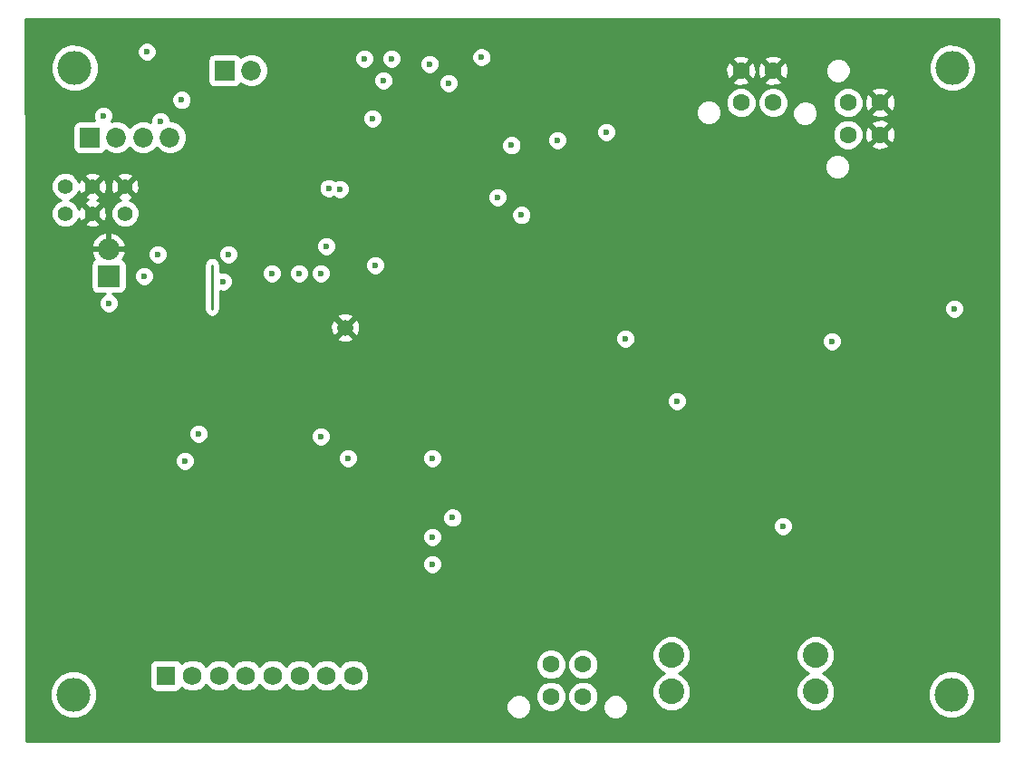
<source format=gbr>
G04 #@! TF.FileFunction,Copper,L2,Inr,Signal*
%FSLAX46Y46*%
G04 Gerber Fmt 4.6, Leading zero omitted, Abs format (unit mm)*
G04 Created by KiCad (PCBNEW (2016-05-27 BZR 6836, Git 4441a4b)-product) date 09/13/16 14:21:55*
%MOMM*%
%LPD*%
G01*
G04 APERTURE LIST*
%ADD10C,0.100000*%
%ADD11C,0.600000*%
%ADD12C,3.175000*%
%ADD13C,2.387600*%
%ADD14R,2.032000X2.032000*%
%ADD15O,2.032000X2.032000*%
%ADD16R,1.750000X1.750000*%
%ADD17C,1.750000*%
%ADD18C,1.400000*%
%ADD19C,1.500000*%
%ADD20R,1.850000X1.850000*%
%ADD21C,1.850000*%
%ADD22C,1.600000*%
%ADD23C,0.250000*%
%ADD24C,0.254000*%
G04 APERTURE END LIST*
D10*
D11*
X142334000Y-78950000D03*
X144334000Y-83450000D03*
X107584000Y-107950000D03*
X108584000Y-105450000D03*
X141334000Y-128950000D03*
X189334000Y-119450000D03*
X188334000Y-103200000D03*
X189584000Y-78700000D03*
X144584000Y-80700000D03*
X129084000Y-97950000D03*
X124334000Y-98700000D03*
X119334000Y-96950000D03*
X140084000Y-126450000D03*
X112459000Y-72850000D03*
X115509000Y-81025000D03*
X109809000Y-88025000D03*
X109809000Y-86900000D03*
X111334000Y-95450000D03*
X112334000Y-101700000D03*
X109834000Y-100950000D03*
X111084000Y-101700000D03*
X109834000Y-99700000D03*
X109834000Y-98450000D03*
X109834000Y-97200000D03*
X109834000Y-95950000D03*
X141834000Y-82200000D03*
X141834000Y-83200000D03*
X141834000Y-84200000D03*
X141834000Y-85700000D03*
X141834000Y-86700000D03*
X141834000Y-87700000D03*
X135384000Y-107500000D03*
X142334000Y-117700000D03*
X142334000Y-118700000D03*
X138834000Y-118700000D03*
X139334000Y-120200000D03*
X139334000Y-121200000D03*
X139334000Y-122200000D03*
X140834000Y-122700000D03*
X148084000Y-71450000D03*
X149084000Y-71450000D03*
X150084000Y-71450000D03*
X151084000Y-71450000D03*
X124334000Y-83450000D03*
X130084000Y-79450000D03*
X127084000Y-84700000D03*
X124334000Y-84450000D03*
X124334000Y-85450000D03*
X127084000Y-83700000D03*
X129084000Y-78950000D03*
X129084000Y-83200000D03*
X130084000Y-82450000D03*
X130084000Y-81450000D03*
X130084000Y-80450000D03*
X117334000Y-65700000D03*
X194584000Y-65950000D03*
X192334000Y-65950000D03*
X189834000Y-65950000D03*
X187334000Y-65950000D03*
X184834000Y-65950000D03*
X182334000Y-65950000D03*
X179834000Y-65950000D03*
X177334000Y-65950000D03*
X174834000Y-65950000D03*
X172334000Y-65950000D03*
X169834000Y-65950000D03*
X167334000Y-65950000D03*
X164834000Y-65950000D03*
X162334000Y-65950000D03*
X159834000Y-65950000D03*
X157334000Y-65950000D03*
X154834000Y-65950000D03*
X152334000Y-65950000D03*
X149834000Y-65950000D03*
X147334000Y-65950000D03*
X144834000Y-65950000D03*
X142334000Y-65950000D03*
X139834000Y-65950000D03*
X137334000Y-65950000D03*
X134834000Y-65950000D03*
X132334000Y-65950000D03*
X129834000Y-65950000D03*
X127334000Y-65950000D03*
X124834000Y-65950000D03*
X122334000Y-65950000D03*
X119834000Y-65950000D03*
X114834000Y-65950000D03*
X112334000Y-65950000D03*
X109834000Y-65950000D03*
X107334000Y-65950000D03*
X194584000Y-67700000D03*
X194584000Y-70200000D03*
X194584000Y-72700000D03*
X194584000Y-75200000D03*
X194584000Y-77700000D03*
X194584000Y-80200000D03*
X194584000Y-82700000D03*
X194584000Y-85200000D03*
X194584000Y-87700000D03*
X194584000Y-90200000D03*
X194584000Y-92700000D03*
X194584000Y-95200000D03*
X194584000Y-97700000D03*
X194584000Y-100200000D03*
X194584000Y-102700000D03*
X194584000Y-105200000D03*
X194584000Y-107700000D03*
X194584000Y-110200000D03*
X194584000Y-112700000D03*
X194584000Y-115200000D03*
X194584000Y-117700000D03*
X194584000Y-120200000D03*
X194584000Y-122700000D03*
X194584000Y-125200000D03*
X194584000Y-127700000D03*
X194584000Y-130200000D03*
X192334000Y-132200000D03*
X189834000Y-132200000D03*
X187334000Y-132200000D03*
X184834000Y-132200000D03*
X182334000Y-132200000D03*
X179834000Y-132200000D03*
X177334000Y-132200000D03*
X174834000Y-132200000D03*
X172334000Y-132200000D03*
X169834000Y-132200000D03*
X167334000Y-132200000D03*
X164834000Y-132200000D03*
X162334000Y-132200000D03*
X159834000Y-132200000D03*
X157334000Y-132200000D03*
X154834000Y-132200000D03*
X152334000Y-132200000D03*
X149834000Y-132200000D03*
X147334000Y-132200000D03*
X144834000Y-132200000D03*
X142334000Y-132200000D03*
X139834000Y-132200000D03*
X137334000Y-132200000D03*
X134834000Y-132200000D03*
X132334000Y-132200000D03*
X129834000Y-132200000D03*
X127334000Y-132200000D03*
X124834000Y-132200000D03*
X122334000Y-132200000D03*
X119834000Y-132200000D03*
X117334000Y-132200000D03*
X114834000Y-132200000D03*
X112334000Y-132200000D03*
X109834000Y-132200000D03*
X107334000Y-132200000D03*
X104834000Y-131450000D03*
X104834000Y-128950000D03*
X104834000Y-126450000D03*
X104834000Y-123950000D03*
X104834000Y-121450000D03*
X104834000Y-118950000D03*
X104834000Y-116450000D03*
X104834000Y-113950000D03*
X104834000Y-111450000D03*
X104834000Y-108950000D03*
X104834000Y-106450000D03*
X104834000Y-103950000D03*
X104834000Y-101450000D03*
X104834000Y-98950000D03*
X104834000Y-96450000D03*
X104834000Y-93950000D03*
X104834000Y-91450000D03*
X104834000Y-88950000D03*
X104834000Y-86450000D03*
X104834000Y-83950000D03*
X104834000Y-81450000D03*
X104834000Y-78950000D03*
X104834000Y-76450000D03*
X104834000Y-73950000D03*
X104834000Y-71450000D03*
X104834000Y-68950000D03*
D12*
X190834000Y-69950000D03*
X108712000Y-128524000D03*
D13*
X178054000Y-124841000D03*
X164592000Y-124841000D03*
X164592000Y-128244600D03*
X178054000Y-128244600D03*
D14*
X112014000Y-89408000D03*
D15*
X112014000Y-86868000D03*
D16*
X117348000Y-126746000D03*
D17*
X119848000Y-126746000D03*
X122348000Y-126746000D03*
X124848000Y-126746000D03*
X127348000Y-126746000D03*
X129848000Y-126746000D03*
X132348000Y-126746000D03*
X134848000Y-126746000D03*
D18*
X107950000Y-81026000D03*
X110490000Y-81026000D03*
D19*
X134112000Y-94234000D03*
D18*
X107950000Y-83566000D03*
X110490000Y-83566000D03*
X113538000Y-83566000D03*
X113538000Y-81026000D03*
D20*
X110236000Y-76454000D03*
D21*
X112736000Y-76454000D03*
X115236000Y-76454000D03*
X117736000Y-76454000D03*
D12*
X108834000Y-69950000D03*
X190754000Y-128524000D03*
D11*
X104834000Y-66450000D03*
D20*
X122834000Y-70200000D03*
D21*
X125334000Y-70200000D03*
D22*
X171084000Y-70200000D03*
X174084000Y-70200000D03*
X171084000Y-73200000D03*
X174084000Y-73200000D03*
X184084000Y-73200000D03*
X184084000Y-76200000D03*
X181084000Y-73200000D03*
X181084000Y-76200000D03*
X153334000Y-125700000D03*
X156334000Y-125700000D03*
X153334000Y-128700000D03*
X156334000Y-128700000D03*
D11*
X143256000Y-89408000D03*
X128016000Y-85852000D03*
X131318000Y-107442000D03*
X117602000Y-85598000D03*
X120142000Y-89916000D03*
X117348000Y-104140000D03*
X125984000Y-89916000D03*
X123952000Y-89916000D03*
X149646538Y-77196843D03*
X116586000Y-87376000D03*
X136906000Y-88392000D03*
X122682000Y-89916000D03*
X179578000Y-95504000D03*
X158496000Y-75946000D03*
X160274000Y-95250000D03*
X142240000Y-116332000D03*
X142240000Y-113792000D03*
X175006000Y-112776000D03*
X142240000Y-106426000D03*
X165100000Y-101092000D03*
X119126000Y-106680000D03*
X144134000Y-112000000D03*
X131826000Y-104394000D03*
X112014000Y-91948000D03*
X136652000Y-74676000D03*
X153924000Y-76708000D03*
X191008000Y-92456000D03*
X132334000Y-86614000D03*
X123190000Y-87376000D03*
X115316000Y-89408000D03*
X146834000Y-68950000D03*
X134366000Y-106426000D03*
X120396000Y-104140000D03*
X127254000Y-89154000D03*
X132584000Y-81200000D03*
X133604000Y-81280000D03*
X116840000Y-74930000D03*
X138430000Y-69088000D03*
X131826000Y-89154000D03*
X115584000Y-68450000D03*
X148336000Y-82042000D03*
X135890000Y-69088000D03*
X129794000Y-89154000D03*
X150584000Y-83700000D03*
X118834000Y-72950000D03*
X141986000Y-69596000D03*
X137668000Y-71120000D03*
X143764000Y-71374000D03*
X111506000Y-74422000D03*
D23*
X121666000Y-92456000D02*
X121666000Y-88392000D01*
D24*
G36*
X195149000Y-132919000D02*
X104316523Y-132919000D01*
X104313768Y-128964143D01*
X106489115Y-128964143D01*
X106826758Y-129781300D01*
X107451411Y-130407045D01*
X108267978Y-130746113D01*
X109152143Y-130746885D01*
X109969300Y-130409242D01*
X110504799Y-129874677D01*
X149148794Y-129874677D01*
X149328820Y-130310372D01*
X149661875Y-130644009D01*
X150097255Y-130824794D01*
X150568677Y-130825206D01*
X151004372Y-130645180D01*
X151338009Y-130312125D01*
X151518794Y-129876745D01*
X151519206Y-129405323D01*
X151345196Y-128984187D01*
X151898752Y-128984187D01*
X152116757Y-129511800D01*
X152520077Y-129915824D01*
X153047309Y-130134750D01*
X153618187Y-130135248D01*
X154145800Y-129917243D01*
X154549824Y-129513923D01*
X154768750Y-128986691D01*
X154768752Y-128984187D01*
X154898752Y-128984187D01*
X155116757Y-129511800D01*
X155520077Y-129915824D01*
X156047309Y-130134750D01*
X156618187Y-130135248D01*
X157103606Y-129934677D01*
X158148794Y-129934677D01*
X158328820Y-130370372D01*
X158661875Y-130704009D01*
X159097255Y-130884794D01*
X159568677Y-130885206D01*
X160004372Y-130705180D01*
X160338009Y-130372125D01*
X160518794Y-129936745D01*
X160519206Y-129465323D01*
X160339180Y-129029628D01*
X160006125Y-128695991D01*
X159570745Y-128515206D01*
X159099323Y-128514794D01*
X158663628Y-128694820D01*
X158329991Y-129027875D01*
X158149206Y-129463255D01*
X158148794Y-129934677D01*
X157103606Y-129934677D01*
X157145800Y-129917243D01*
X157549824Y-129513923D01*
X157768750Y-128986691D01*
X157769248Y-128415813D01*
X157551243Y-127888200D01*
X157147923Y-127484176D01*
X156620691Y-127265250D01*
X156049813Y-127264752D01*
X155522200Y-127482757D01*
X155118176Y-127886077D01*
X154899250Y-128413309D01*
X154898752Y-128984187D01*
X154768752Y-128984187D01*
X154769248Y-128415813D01*
X154551243Y-127888200D01*
X154147923Y-127484176D01*
X153620691Y-127265250D01*
X153049813Y-127264752D01*
X152522200Y-127482757D01*
X152118176Y-127886077D01*
X151899250Y-128413309D01*
X151898752Y-128984187D01*
X151345196Y-128984187D01*
X151339180Y-128969628D01*
X151006125Y-128635991D01*
X150570745Y-128455206D01*
X150099323Y-128454794D01*
X149663628Y-128634820D01*
X149329991Y-128967875D01*
X149149206Y-129403255D01*
X149148794Y-129874677D01*
X110504799Y-129874677D01*
X110595045Y-129784589D01*
X110934113Y-128968022D01*
X110934885Y-128083857D01*
X110597242Y-127266700D01*
X109972589Y-126640955D01*
X109156022Y-126301887D01*
X108271857Y-126301115D01*
X107454700Y-126638758D01*
X106828955Y-127263411D01*
X106489887Y-128079978D01*
X106489115Y-128964143D01*
X104313768Y-128964143D01*
X104311614Y-125871000D01*
X115825560Y-125871000D01*
X115825560Y-127621000D01*
X115874843Y-127868765D01*
X116015191Y-128078809D01*
X116225235Y-128219157D01*
X116473000Y-128268440D01*
X118223000Y-128268440D01*
X118470765Y-128219157D01*
X118680809Y-128078809D01*
X118821157Y-127868765D01*
X118823491Y-127857030D01*
X118991537Y-128025370D01*
X119546325Y-128255738D01*
X120147040Y-128256262D01*
X120702229Y-128026862D01*
X121098318Y-127631464D01*
X121491537Y-128025370D01*
X122046325Y-128255738D01*
X122647040Y-128256262D01*
X123202229Y-128026862D01*
X123598318Y-127631464D01*
X123991537Y-128025370D01*
X124546325Y-128255738D01*
X125147040Y-128256262D01*
X125702229Y-128026862D01*
X126098318Y-127631464D01*
X126491537Y-128025370D01*
X127046325Y-128255738D01*
X127647040Y-128256262D01*
X128202229Y-128026862D01*
X128598318Y-127631464D01*
X128991537Y-128025370D01*
X129546325Y-128255738D01*
X130147040Y-128256262D01*
X130702229Y-128026862D01*
X131098318Y-127631464D01*
X131491537Y-128025370D01*
X132046325Y-128255738D01*
X132647040Y-128256262D01*
X133202229Y-128026862D01*
X133598318Y-127631464D01*
X133991537Y-128025370D01*
X134546325Y-128255738D01*
X135147040Y-128256262D01*
X135702229Y-128026862D01*
X136127370Y-127602463D01*
X136357738Y-127047675D01*
X136358262Y-126446960D01*
X136167048Y-125984187D01*
X151898752Y-125984187D01*
X152116757Y-126511800D01*
X152520077Y-126915824D01*
X153047309Y-127134750D01*
X153618187Y-127135248D01*
X154145800Y-126917243D01*
X154549824Y-126513923D01*
X154768750Y-125986691D01*
X154768752Y-125984187D01*
X154898752Y-125984187D01*
X155116757Y-126511800D01*
X155520077Y-126915824D01*
X156047309Y-127134750D01*
X156618187Y-127135248D01*
X157145800Y-126917243D01*
X157549824Y-126513923D01*
X157768750Y-125986691D01*
X157769248Y-125415813D01*
X157681388Y-125203175D01*
X162762884Y-125203175D01*
X163040715Y-125875578D01*
X163554716Y-126390477D01*
X163921623Y-126542830D01*
X163557422Y-126693315D01*
X163042523Y-127207316D01*
X162763518Y-127879233D01*
X162762884Y-128606775D01*
X163040715Y-129279178D01*
X163554716Y-129794077D01*
X164226633Y-130073082D01*
X164954175Y-130073716D01*
X165626578Y-129795885D01*
X166141477Y-129281884D01*
X166420482Y-128609967D01*
X166421116Y-127882425D01*
X166143285Y-127210022D01*
X165629284Y-126695123D01*
X165262377Y-126542770D01*
X165626578Y-126392285D01*
X166141477Y-125878284D01*
X166420482Y-125206367D01*
X166420484Y-125203175D01*
X176224884Y-125203175D01*
X176502715Y-125875578D01*
X177016716Y-126390477D01*
X177383623Y-126542830D01*
X177019422Y-126693315D01*
X176504523Y-127207316D01*
X176225518Y-127879233D01*
X176224884Y-128606775D01*
X176502715Y-129279178D01*
X177016716Y-129794077D01*
X177688633Y-130073082D01*
X178416175Y-130073716D01*
X179088578Y-129795885D01*
X179603477Y-129281884D01*
X179735414Y-128964143D01*
X188531115Y-128964143D01*
X188868758Y-129781300D01*
X189493411Y-130407045D01*
X190309978Y-130746113D01*
X191194143Y-130746885D01*
X192011300Y-130409242D01*
X192637045Y-129784589D01*
X192976113Y-128968022D01*
X192976885Y-128083857D01*
X192639242Y-127266700D01*
X192014589Y-126640955D01*
X191198022Y-126301887D01*
X190313857Y-126301115D01*
X189496700Y-126638758D01*
X188870955Y-127263411D01*
X188531887Y-128079978D01*
X188531115Y-128964143D01*
X179735414Y-128964143D01*
X179882482Y-128609967D01*
X179883116Y-127882425D01*
X179605285Y-127210022D01*
X179091284Y-126695123D01*
X178724377Y-126542770D01*
X179088578Y-126392285D01*
X179603477Y-125878284D01*
X179882482Y-125206367D01*
X179883116Y-124478825D01*
X179605285Y-123806422D01*
X179091284Y-123291523D01*
X178419367Y-123012518D01*
X177691825Y-123011884D01*
X177019422Y-123289715D01*
X176504523Y-123803716D01*
X176225518Y-124475633D01*
X176224884Y-125203175D01*
X166420484Y-125203175D01*
X166421116Y-124478825D01*
X166143285Y-123806422D01*
X165629284Y-123291523D01*
X164957367Y-123012518D01*
X164229825Y-123011884D01*
X163557422Y-123289715D01*
X163042523Y-123803716D01*
X162763518Y-124475633D01*
X162762884Y-125203175D01*
X157681388Y-125203175D01*
X157551243Y-124888200D01*
X157147923Y-124484176D01*
X156620691Y-124265250D01*
X156049813Y-124264752D01*
X155522200Y-124482757D01*
X155118176Y-124886077D01*
X154899250Y-125413309D01*
X154898752Y-125984187D01*
X154768752Y-125984187D01*
X154769248Y-125415813D01*
X154551243Y-124888200D01*
X154147923Y-124484176D01*
X153620691Y-124265250D01*
X153049813Y-124264752D01*
X152522200Y-124482757D01*
X152118176Y-124886077D01*
X151899250Y-125413309D01*
X151898752Y-125984187D01*
X136167048Y-125984187D01*
X136128862Y-125891771D01*
X135704463Y-125466630D01*
X135149675Y-125236262D01*
X134548960Y-125235738D01*
X133993771Y-125465138D01*
X133597682Y-125860536D01*
X133204463Y-125466630D01*
X132649675Y-125236262D01*
X132048960Y-125235738D01*
X131493771Y-125465138D01*
X131097682Y-125860536D01*
X130704463Y-125466630D01*
X130149675Y-125236262D01*
X129548960Y-125235738D01*
X128993771Y-125465138D01*
X128597682Y-125860536D01*
X128204463Y-125466630D01*
X127649675Y-125236262D01*
X127048960Y-125235738D01*
X126493771Y-125465138D01*
X126097682Y-125860536D01*
X125704463Y-125466630D01*
X125149675Y-125236262D01*
X124548960Y-125235738D01*
X123993771Y-125465138D01*
X123597682Y-125860536D01*
X123204463Y-125466630D01*
X122649675Y-125236262D01*
X122048960Y-125235738D01*
X121493771Y-125465138D01*
X121097682Y-125860536D01*
X120704463Y-125466630D01*
X120149675Y-125236262D01*
X119548960Y-125235738D01*
X118993771Y-125465138D01*
X118823516Y-125635096D01*
X118821157Y-125623235D01*
X118680809Y-125413191D01*
X118470765Y-125272843D01*
X118223000Y-125223560D01*
X116473000Y-125223560D01*
X116225235Y-125272843D01*
X116015191Y-125413191D01*
X115874843Y-125623235D01*
X115825560Y-125871000D01*
X104311614Y-125871000D01*
X104305099Y-116517167D01*
X141304838Y-116517167D01*
X141446883Y-116860943D01*
X141709673Y-117124192D01*
X142053201Y-117266838D01*
X142425167Y-117267162D01*
X142768943Y-117125117D01*
X143032192Y-116862327D01*
X143174838Y-116518799D01*
X143175162Y-116146833D01*
X143033117Y-115803057D01*
X142770327Y-115539808D01*
X142426799Y-115397162D01*
X142054833Y-115396838D01*
X141711057Y-115538883D01*
X141447808Y-115801673D01*
X141305162Y-116145201D01*
X141304838Y-116517167D01*
X104305099Y-116517167D01*
X104303330Y-113977167D01*
X141304838Y-113977167D01*
X141446883Y-114320943D01*
X141709673Y-114584192D01*
X142053201Y-114726838D01*
X142425167Y-114727162D01*
X142768943Y-114585117D01*
X143032192Y-114322327D01*
X143174838Y-113978799D01*
X143175162Y-113606833D01*
X143033117Y-113263057D01*
X142770327Y-112999808D01*
X142677270Y-112961167D01*
X174070838Y-112961167D01*
X174212883Y-113304943D01*
X174475673Y-113568192D01*
X174819201Y-113710838D01*
X175191167Y-113711162D01*
X175534943Y-113569117D01*
X175798192Y-113306327D01*
X175940838Y-112962799D01*
X175941162Y-112590833D01*
X175799117Y-112247057D01*
X175536327Y-111983808D01*
X175192799Y-111841162D01*
X174820833Y-111840838D01*
X174477057Y-111982883D01*
X174213808Y-112245673D01*
X174071162Y-112589201D01*
X174070838Y-112961167D01*
X142677270Y-112961167D01*
X142426799Y-112857162D01*
X142054833Y-112856838D01*
X141711057Y-112998883D01*
X141447808Y-113261673D01*
X141305162Y-113605201D01*
X141304838Y-113977167D01*
X104303330Y-113977167D01*
X104302082Y-112185167D01*
X143198838Y-112185167D01*
X143340883Y-112528943D01*
X143603673Y-112792192D01*
X143947201Y-112934838D01*
X144319167Y-112935162D01*
X144662943Y-112793117D01*
X144926192Y-112530327D01*
X145068838Y-112186799D01*
X145069162Y-111814833D01*
X144927117Y-111471057D01*
X144664327Y-111207808D01*
X144320799Y-111065162D01*
X143948833Y-111064838D01*
X143605057Y-111206883D01*
X143341808Y-111469673D01*
X143199162Y-111813201D01*
X143198838Y-112185167D01*
X104302082Y-112185167D01*
X104298375Y-106865167D01*
X118190838Y-106865167D01*
X118332883Y-107208943D01*
X118595673Y-107472192D01*
X118939201Y-107614838D01*
X119311167Y-107615162D01*
X119654943Y-107473117D01*
X119918192Y-107210327D01*
X120060838Y-106866799D01*
X120061060Y-106611167D01*
X133430838Y-106611167D01*
X133572883Y-106954943D01*
X133835673Y-107218192D01*
X134179201Y-107360838D01*
X134551167Y-107361162D01*
X134894943Y-107219117D01*
X135158192Y-106956327D01*
X135300838Y-106612799D01*
X135300839Y-106611167D01*
X141304838Y-106611167D01*
X141446883Y-106954943D01*
X141709673Y-107218192D01*
X142053201Y-107360838D01*
X142425167Y-107361162D01*
X142768943Y-107219117D01*
X143032192Y-106956327D01*
X143174838Y-106612799D01*
X143175162Y-106240833D01*
X143033117Y-105897057D01*
X142770327Y-105633808D01*
X142426799Y-105491162D01*
X142054833Y-105490838D01*
X141711057Y-105632883D01*
X141447808Y-105895673D01*
X141305162Y-106239201D01*
X141304838Y-106611167D01*
X135300839Y-106611167D01*
X135301162Y-106240833D01*
X135159117Y-105897057D01*
X134896327Y-105633808D01*
X134552799Y-105491162D01*
X134180833Y-105490838D01*
X133837057Y-105632883D01*
X133573808Y-105895673D01*
X133431162Y-106239201D01*
X133430838Y-106611167D01*
X120061060Y-106611167D01*
X120061162Y-106494833D01*
X119919117Y-106151057D01*
X119656327Y-105887808D01*
X119312799Y-105745162D01*
X118940833Y-105744838D01*
X118597057Y-105886883D01*
X118333808Y-106149673D01*
X118191162Y-106493201D01*
X118190838Y-106865167D01*
X104298375Y-106865167D01*
X104296606Y-104325167D01*
X119460838Y-104325167D01*
X119602883Y-104668943D01*
X119865673Y-104932192D01*
X120209201Y-105074838D01*
X120581167Y-105075162D01*
X120924943Y-104933117D01*
X121188192Y-104670327D01*
X121226045Y-104579167D01*
X130890838Y-104579167D01*
X131032883Y-104922943D01*
X131295673Y-105186192D01*
X131639201Y-105328838D01*
X132011167Y-105329162D01*
X132354943Y-105187117D01*
X132618192Y-104924327D01*
X132760838Y-104580799D01*
X132761162Y-104208833D01*
X132619117Y-103865057D01*
X132356327Y-103601808D01*
X132012799Y-103459162D01*
X131640833Y-103458838D01*
X131297057Y-103600883D01*
X131033808Y-103863673D01*
X130891162Y-104207201D01*
X130890838Y-104579167D01*
X121226045Y-104579167D01*
X121330838Y-104326799D01*
X121331162Y-103954833D01*
X121189117Y-103611057D01*
X120926327Y-103347808D01*
X120582799Y-103205162D01*
X120210833Y-103204838D01*
X119867057Y-103346883D01*
X119603808Y-103609673D01*
X119461162Y-103953201D01*
X119460838Y-104325167D01*
X104296606Y-104325167D01*
X104294484Y-101277167D01*
X164164838Y-101277167D01*
X164306883Y-101620943D01*
X164569673Y-101884192D01*
X164913201Y-102026838D01*
X165285167Y-102027162D01*
X165628943Y-101885117D01*
X165892192Y-101622327D01*
X166034838Y-101278799D01*
X166035162Y-100906833D01*
X165893117Y-100563057D01*
X165630327Y-100299808D01*
X165286799Y-100157162D01*
X164914833Y-100156838D01*
X164571057Y-100298883D01*
X164307808Y-100561673D01*
X164165162Y-100905201D01*
X164164838Y-101277167D01*
X104294484Y-101277167D01*
X104290254Y-95205517D01*
X133320088Y-95205517D01*
X133388077Y-95446460D01*
X133907171Y-95631201D01*
X134457448Y-95603230D01*
X134835923Y-95446460D01*
X134839109Y-95435167D01*
X159338838Y-95435167D01*
X159480883Y-95778943D01*
X159743673Y-96042192D01*
X160087201Y-96184838D01*
X160459167Y-96185162D01*
X160802943Y-96043117D01*
X161066192Y-95780327D01*
X161104045Y-95689167D01*
X178642838Y-95689167D01*
X178784883Y-96032943D01*
X179047673Y-96296192D01*
X179391201Y-96438838D01*
X179763167Y-96439162D01*
X180106943Y-96297117D01*
X180370192Y-96034327D01*
X180512838Y-95690799D01*
X180513162Y-95318833D01*
X180371117Y-94975057D01*
X180108327Y-94711808D01*
X179764799Y-94569162D01*
X179392833Y-94568838D01*
X179049057Y-94710883D01*
X178785808Y-94973673D01*
X178643162Y-95317201D01*
X178642838Y-95689167D01*
X161104045Y-95689167D01*
X161208838Y-95436799D01*
X161209162Y-95064833D01*
X161067117Y-94721057D01*
X160804327Y-94457808D01*
X160460799Y-94315162D01*
X160088833Y-94314838D01*
X159745057Y-94456883D01*
X159481808Y-94719673D01*
X159339162Y-95063201D01*
X159338838Y-95435167D01*
X134839109Y-95435167D01*
X134903912Y-95205517D01*
X134112000Y-94413605D01*
X133320088Y-95205517D01*
X104290254Y-95205517D01*
X104289434Y-94029171D01*
X132714799Y-94029171D01*
X132742770Y-94579448D01*
X132899540Y-94957923D01*
X133140483Y-95025912D01*
X133932395Y-94234000D01*
X134291605Y-94234000D01*
X135083517Y-95025912D01*
X135324460Y-94957923D01*
X135509201Y-94438829D01*
X135481230Y-93888552D01*
X135324460Y-93510077D01*
X135083517Y-93442088D01*
X134291605Y-94234000D01*
X133932395Y-94234000D01*
X133140483Y-93442088D01*
X132899540Y-93510077D01*
X132714799Y-94029171D01*
X104289434Y-94029171D01*
X104288900Y-93262483D01*
X133320088Y-93262483D01*
X134112000Y-94054395D01*
X134903912Y-93262483D01*
X134835923Y-93021540D01*
X134316829Y-92836799D01*
X133766552Y-92864770D01*
X133388077Y-93021540D01*
X133320088Y-93262483D01*
X104288900Y-93262483D01*
X104285506Y-88392000D01*
X110350560Y-88392000D01*
X110350560Y-90424000D01*
X110399843Y-90671765D01*
X110540191Y-90881809D01*
X110750235Y-91022157D01*
X110998000Y-91071440D01*
X111687005Y-91071440D01*
X111485057Y-91154883D01*
X111221808Y-91417673D01*
X111079162Y-91761201D01*
X111078838Y-92133167D01*
X111220883Y-92476943D01*
X111483673Y-92740192D01*
X111827201Y-92882838D01*
X112199167Y-92883162D01*
X112542943Y-92741117D01*
X112806192Y-92478327D01*
X112948838Y-92134799D01*
X112949162Y-91762833D01*
X112807117Y-91419057D01*
X112544327Y-91155808D01*
X112341147Y-91071440D01*
X113030000Y-91071440D01*
X113277765Y-91022157D01*
X113487809Y-90881809D01*
X113628157Y-90671765D01*
X113677440Y-90424000D01*
X113677440Y-89593167D01*
X114380838Y-89593167D01*
X114522883Y-89936943D01*
X114785673Y-90200192D01*
X115129201Y-90342838D01*
X115501167Y-90343162D01*
X115844943Y-90201117D01*
X116108192Y-89938327D01*
X116250838Y-89594799D01*
X116251162Y-89222833D01*
X116109117Y-88879057D01*
X115846327Y-88615808D01*
X115502799Y-88473162D01*
X115130833Y-88472838D01*
X114787057Y-88614883D01*
X114523808Y-88877673D01*
X114381162Y-89221201D01*
X114380838Y-89593167D01*
X113677440Y-89593167D01*
X113677440Y-88392000D01*
X120906000Y-88392000D01*
X120906000Y-92456000D01*
X120963852Y-92746839D01*
X121128599Y-92993401D01*
X121375161Y-93158148D01*
X121666000Y-93216000D01*
X121956839Y-93158148D01*
X122203401Y-92993401D01*
X122368148Y-92746839D01*
X122389167Y-92641167D01*
X190072838Y-92641167D01*
X190214883Y-92984943D01*
X190477673Y-93248192D01*
X190821201Y-93390838D01*
X191193167Y-93391162D01*
X191536943Y-93249117D01*
X191800192Y-92986327D01*
X191942838Y-92642799D01*
X191943162Y-92270833D01*
X191801117Y-91927057D01*
X191538327Y-91663808D01*
X191194799Y-91521162D01*
X190822833Y-91520838D01*
X190479057Y-91662883D01*
X190215808Y-91925673D01*
X190073162Y-92269201D01*
X190072838Y-92641167D01*
X122389167Y-92641167D01*
X122426000Y-92456000D01*
X122426000Y-90822103D01*
X122495201Y-90850838D01*
X122867167Y-90851162D01*
X123210943Y-90709117D01*
X123474192Y-90446327D01*
X123616838Y-90102799D01*
X123617162Y-89730833D01*
X123475117Y-89387057D01*
X123427311Y-89339167D01*
X126318838Y-89339167D01*
X126460883Y-89682943D01*
X126723673Y-89946192D01*
X127067201Y-90088838D01*
X127439167Y-90089162D01*
X127782943Y-89947117D01*
X128046192Y-89684327D01*
X128188838Y-89340799D01*
X128188839Y-89339167D01*
X128858838Y-89339167D01*
X129000883Y-89682943D01*
X129263673Y-89946192D01*
X129607201Y-90088838D01*
X129979167Y-90089162D01*
X130322943Y-89947117D01*
X130586192Y-89684327D01*
X130728838Y-89340799D01*
X130728839Y-89339167D01*
X130890838Y-89339167D01*
X131032883Y-89682943D01*
X131295673Y-89946192D01*
X131639201Y-90088838D01*
X132011167Y-90089162D01*
X132354943Y-89947117D01*
X132618192Y-89684327D01*
X132760838Y-89340799D01*
X132761162Y-88968833D01*
X132619117Y-88625057D01*
X132571311Y-88577167D01*
X135970838Y-88577167D01*
X136112883Y-88920943D01*
X136375673Y-89184192D01*
X136719201Y-89326838D01*
X137091167Y-89327162D01*
X137434943Y-89185117D01*
X137698192Y-88922327D01*
X137840838Y-88578799D01*
X137841162Y-88206833D01*
X137699117Y-87863057D01*
X137436327Y-87599808D01*
X137092799Y-87457162D01*
X136720833Y-87456838D01*
X136377057Y-87598883D01*
X136113808Y-87861673D01*
X135971162Y-88205201D01*
X135970838Y-88577167D01*
X132571311Y-88577167D01*
X132356327Y-88361808D01*
X132012799Y-88219162D01*
X131640833Y-88218838D01*
X131297057Y-88360883D01*
X131033808Y-88623673D01*
X130891162Y-88967201D01*
X130890838Y-89339167D01*
X130728839Y-89339167D01*
X130729162Y-88968833D01*
X130587117Y-88625057D01*
X130324327Y-88361808D01*
X129980799Y-88219162D01*
X129608833Y-88218838D01*
X129265057Y-88360883D01*
X129001808Y-88623673D01*
X128859162Y-88967201D01*
X128858838Y-89339167D01*
X128188839Y-89339167D01*
X128189162Y-88968833D01*
X128047117Y-88625057D01*
X127784327Y-88361808D01*
X127440799Y-88219162D01*
X127068833Y-88218838D01*
X126725057Y-88360883D01*
X126461808Y-88623673D01*
X126319162Y-88967201D01*
X126318838Y-89339167D01*
X123427311Y-89339167D01*
X123212327Y-89123808D01*
X122868799Y-88981162D01*
X122496833Y-88980838D01*
X122426000Y-89010106D01*
X122426000Y-88392000D01*
X122368148Y-88101161D01*
X122203401Y-87854599D01*
X121956839Y-87689852D01*
X121666000Y-87632000D01*
X121375161Y-87689852D01*
X121128599Y-87854599D01*
X120963852Y-88101161D01*
X120906000Y-88392000D01*
X113677440Y-88392000D01*
X113628157Y-88144235D01*
X113487809Y-87934191D01*
X113330887Y-87829338D01*
X113420385Y-87732818D01*
X113491482Y-87561167D01*
X115650838Y-87561167D01*
X115792883Y-87904943D01*
X116055673Y-88168192D01*
X116399201Y-88310838D01*
X116771167Y-88311162D01*
X117114943Y-88169117D01*
X117378192Y-87906327D01*
X117520838Y-87562799D01*
X117520839Y-87561167D01*
X122254838Y-87561167D01*
X122396883Y-87904943D01*
X122659673Y-88168192D01*
X123003201Y-88310838D01*
X123375167Y-88311162D01*
X123718943Y-88169117D01*
X123982192Y-87906327D01*
X124124838Y-87562799D01*
X124125162Y-87190833D01*
X123983117Y-86847057D01*
X123935311Y-86799167D01*
X131398838Y-86799167D01*
X131540883Y-87142943D01*
X131803673Y-87406192D01*
X132147201Y-87548838D01*
X132519167Y-87549162D01*
X132862943Y-87407117D01*
X133126192Y-87144327D01*
X133268838Y-86800799D01*
X133269162Y-86428833D01*
X133127117Y-86085057D01*
X132864327Y-85821808D01*
X132520799Y-85679162D01*
X132148833Y-85678838D01*
X131805057Y-85820883D01*
X131541808Y-86083673D01*
X131399162Y-86427201D01*
X131398838Y-86799167D01*
X123935311Y-86799167D01*
X123720327Y-86583808D01*
X123376799Y-86441162D01*
X123004833Y-86440838D01*
X122661057Y-86582883D01*
X122397808Y-86845673D01*
X122255162Y-87189201D01*
X122254838Y-87561167D01*
X117520839Y-87561167D01*
X117521162Y-87190833D01*
X117379117Y-86847057D01*
X117116327Y-86583808D01*
X116772799Y-86441162D01*
X116400833Y-86440838D01*
X116057057Y-86582883D01*
X115793808Y-86845673D01*
X115651162Y-87189201D01*
X115650838Y-87561167D01*
X113491482Y-87561167D01*
X113619975Y-87250944D01*
X113500836Y-86995000D01*
X112141000Y-86995000D01*
X112141000Y-87015000D01*
X111887000Y-87015000D01*
X111887000Y-86995000D01*
X110527164Y-86995000D01*
X110408025Y-87250944D01*
X110607615Y-87732818D01*
X110697113Y-87829338D01*
X110540191Y-87934191D01*
X110399843Y-88144235D01*
X110350560Y-88392000D01*
X104285506Y-88392000D01*
X104284178Y-86485056D01*
X110408025Y-86485056D01*
X110527164Y-86741000D01*
X111887000Y-86741000D01*
X111887000Y-85380633D01*
X112141000Y-85380633D01*
X112141000Y-86741000D01*
X113500836Y-86741000D01*
X113619975Y-86485056D01*
X113420385Y-86003182D01*
X112982379Y-85530812D01*
X112396946Y-85262017D01*
X112141000Y-85380633D01*
X111887000Y-85380633D01*
X111631054Y-85262017D01*
X111045621Y-85530812D01*
X110607615Y-86003182D01*
X110408025Y-86485056D01*
X104284178Y-86485056D01*
X104280559Y-81290383D01*
X106614769Y-81290383D01*
X106817582Y-81781229D01*
X107192796Y-82157098D01*
X107527527Y-82296091D01*
X107194771Y-82433582D01*
X106818902Y-82808796D01*
X106615232Y-83299287D01*
X106614769Y-83830383D01*
X106817582Y-84321229D01*
X107192796Y-84697098D01*
X107683287Y-84900768D01*
X108214383Y-84901231D01*
X108705229Y-84698418D01*
X108902716Y-84501275D01*
X109734331Y-84501275D01*
X109796169Y-84737042D01*
X110297122Y-84913419D01*
X110827440Y-84884664D01*
X111183831Y-84737042D01*
X111245669Y-84501275D01*
X110490000Y-83745605D01*
X109734331Y-84501275D01*
X108902716Y-84501275D01*
X109081098Y-84323204D01*
X109213316Y-84004788D01*
X109318958Y-84259831D01*
X109554725Y-84321669D01*
X110310395Y-83566000D01*
X110669605Y-83566000D01*
X111425275Y-84321669D01*
X111661042Y-84259831D01*
X111812243Y-83830383D01*
X112202769Y-83830383D01*
X112405582Y-84321229D01*
X112780796Y-84697098D01*
X113271287Y-84900768D01*
X113802383Y-84901231D01*
X114293229Y-84698418D01*
X114669098Y-84323204D01*
X114850987Y-83885167D01*
X149648838Y-83885167D01*
X149790883Y-84228943D01*
X150053673Y-84492192D01*
X150397201Y-84634838D01*
X150769167Y-84635162D01*
X151112943Y-84493117D01*
X151376192Y-84230327D01*
X151518838Y-83886799D01*
X151519162Y-83514833D01*
X151377117Y-83171057D01*
X151114327Y-82907808D01*
X150770799Y-82765162D01*
X150398833Y-82764838D01*
X150055057Y-82906883D01*
X149791808Y-83169673D01*
X149649162Y-83513201D01*
X149648838Y-83885167D01*
X114850987Y-83885167D01*
X114872768Y-83832713D01*
X114873231Y-83301617D01*
X114670418Y-82810771D01*
X114295204Y-82434902D01*
X113976788Y-82302684D01*
X114159102Y-82227167D01*
X147400838Y-82227167D01*
X147542883Y-82570943D01*
X147805673Y-82834192D01*
X148149201Y-82976838D01*
X148521167Y-82977162D01*
X148864943Y-82835117D01*
X149128192Y-82572327D01*
X149270838Y-82228799D01*
X149271162Y-81856833D01*
X149129117Y-81513057D01*
X148866327Y-81249808D01*
X148522799Y-81107162D01*
X148150833Y-81106838D01*
X147807057Y-81248883D01*
X147543808Y-81511673D01*
X147401162Y-81855201D01*
X147400838Y-82227167D01*
X114159102Y-82227167D01*
X114231831Y-82197042D01*
X114293669Y-81961275D01*
X113538000Y-81205605D01*
X112782331Y-81961275D01*
X112844169Y-82197042D01*
X113120111Y-82294196D01*
X112782771Y-82433582D01*
X112406902Y-82808796D01*
X112203232Y-83299287D01*
X112202769Y-83830383D01*
X111812243Y-83830383D01*
X111837419Y-83758878D01*
X111808664Y-83228560D01*
X111661042Y-82872169D01*
X111425275Y-82810331D01*
X110669605Y-83566000D01*
X110310395Y-83566000D01*
X109554725Y-82810331D01*
X109318958Y-82872169D01*
X109221804Y-83148111D01*
X109082418Y-82810771D01*
X108707204Y-82434902D01*
X108372473Y-82295909D01*
X108705229Y-82158418D01*
X108902716Y-81961275D01*
X109734331Y-81961275D01*
X109796169Y-82197042D01*
X110054445Y-82287977D01*
X109796169Y-82394958D01*
X109734331Y-82630725D01*
X110490000Y-83386395D01*
X111245669Y-82630725D01*
X111183831Y-82394958D01*
X110925555Y-82304023D01*
X111183831Y-82197042D01*
X111245669Y-81961275D01*
X110490000Y-81205605D01*
X109734331Y-81961275D01*
X108902716Y-81961275D01*
X109081098Y-81783204D01*
X109213316Y-81464788D01*
X109318958Y-81719831D01*
X109554725Y-81781669D01*
X110310395Y-81026000D01*
X110669605Y-81026000D01*
X111425275Y-81781669D01*
X111661042Y-81719831D01*
X111837419Y-81218878D01*
X111816503Y-80833122D01*
X112190581Y-80833122D01*
X112219336Y-81363440D01*
X112366958Y-81719831D01*
X112602725Y-81781669D01*
X113358395Y-81026000D01*
X113717605Y-81026000D01*
X114473275Y-81781669D01*
X114709042Y-81719831D01*
X114826871Y-81385167D01*
X131648838Y-81385167D01*
X131790883Y-81728943D01*
X132053673Y-81992192D01*
X132397201Y-82134838D01*
X132769167Y-82135162D01*
X133029255Y-82027696D01*
X133073673Y-82072192D01*
X133417201Y-82214838D01*
X133789167Y-82215162D01*
X134132943Y-82073117D01*
X134396192Y-81810327D01*
X134538838Y-81466799D01*
X134539162Y-81094833D01*
X134397117Y-80751057D01*
X134134327Y-80487808D01*
X133790799Y-80345162D01*
X133418833Y-80344838D01*
X133158745Y-80452304D01*
X133114327Y-80407808D01*
X132770799Y-80265162D01*
X132398833Y-80264838D01*
X132055057Y-80406883D01*
X131791808Y-80669673D01*
X131649162Y-81013201D01*
X131648838Y-81385167D01*
X114826871Y-81385167D01*
X114885419Y-81218878D01*
X114856664Y-80688560D01*
X114709042Y-80332169D01*
X114473275Y-80270331D01*
X113717605Y-81026000D01*
X113358395Y-81026000D01*
X112602725Y-80270331D01*
X112366958Y-80332169D01*
X112190581Y-80833122D01*
X111816503Y-80833122D01*
X111808664Y-80688560D01*
X111661042Y-80332169D01*
X111425275Y-80270331D01*
X110669605Y-81026000D01*
X110310395Y-81026000D01*
X109554725Y-80270331D01*
X109318958Y-80332169D01*
X109221804Y-80608111D01*
X109082418Y-80270771D01*
X108902686Y-80090725D01*
X109734331Y-80090725D01*
X110490000Y-80846395D01*
X111245669Y-80090725D01*
X112782331Y-80090725D01*
X113538000Y-80846395D01*
X114293669Y-80090725D01*
X114231831Y-79854958D01*
X113730878Y-79678581D01*
X113200560Y-79707336D01*
X112844169Y-79854958D01*
X112782331Y-80090725D01*
X111245669Y-80090725D01*
X111183831Y-79854958D01*
X110682878Y-79678581D01*
X110152560Y-79707336D01*
X109796169Y-79854958D01*
X109734331Y-80090725D01*
X108902686Y-80090725D01*
X108707204Y-79894902D01*
X108216713Y-79691232D01*
X107685617Y-79690769D01*
X107194771Y-79893582D01*
X106818902Y-80268796D01*
X106615232Y-80759287D01*
X106614769Y-81290383D01*
X104280559Y-81290383D01*
X104279267Y-79434677D01*
X178898794Y-79434677D01*
X179078820Y-79870372D01*
X179411875Y-80204009D01*
X179847255Y-80384794D01*
X180318677Y-80385206D01*
X180754372Y-80205180D01*
X181088009Y-79872125D01*
X181268794Y-79436745D01*
X181269206Y-78965323D01*
X181089180Y-78529628D01*
X180756125Y-78195991D01*
X180320745Y-78015206D01*
X179849323Y-78014794D01*
X179413628Y-78194820D01*
X179079991Y-78527875D01*
X178899206Y-78963255D01*
X178898794Y-79434677D01*
X104279267Y-79434677D01*
X104276546Y-75529000D01*
X108663560Y-75529000D01*
X108663560Y-77379000D01*
X108712843Y-77626765D01*
X108853191Y-77836809D01*
X109063235Y-77977157D01*
X109311000Y-78026440D01*
X111161000Y-78026440D01*
X111408765Y-77977157D01*
X111618809Y-77836809D01*
X111736427Y-77660782D01*
X111851177Y-77775732D01*
X112424336Y-78013728D01*
X113044942Y-78014270D01*
X113618514Y-77777275D01*
X113986256Y-77410174D01*
X114351177Y-77775732D01*
X114924336Y-78013728D01*
X115544942Y-78014270D01*
X116118514Y-77777275D01*
X116486256Y-77410174D01*
X116851177Y-77775732D01*
X117424336Y-78013728D01*
X118044942Y-78014270D01*
X118618514Y-77777275D01*
X119014469Y-77382010D01*
X148711376Y-77382010D01*
X148853421Y-77725786D01*
X149116211Y-77989035D01*
X149459739Y-78131681D01*
X149831705Y-78132005D01*
X150175481Y-77989960D01*
X150438730Y-77727170D01*
X150581376Y-77383642D01*
X150581700Y-77011676D01*
X150532734Y-76893167D01*
X152988838Y-76893167D01*
X153130883Y-77236943D01*
X153393673Y-77500192D01*
X153737201Y-77642838D01*
X154109167Y-77643162D01*
X154452943Y-77501117D01*
X154716192Y-77238327D01*
X154858838Y-76894799D01*
X154859162Y-76522833D01*
X154717117Y-76179057D01*
X154669311Y-76131167D01*
X157560838Y-76131167D01*
X157702883Y-76474943D01*
X157965673Y-76738192D01*
X158309201Y-76880838D01*
X158681167Y-76881162D01*
X159024943Y-76739117D01*
X159280318Y-76484187D01*
X179648752Y-76484187D01*
X179866757Y-77011800D01*
X180270077Y-77415824D01*
X180797309Y-77634750D01*
X181368187Y-77635248D01*
X181895800Y-77417243D01*
X182105663Y-77207745D01*
X183255861Y-77207745D01*
X183329995Y-77453864D01*
X183867223Y-77646965D01*
X184437454Y-77619778D01*
X184838005Y-77453864D01*
X184912139Y-77207745D01*
X184084000Y-76379605D01*
X183255861Y-77207745D01*
X182105663Y-77207745D01*
X182299824Y-77013923D01*
X182518750Y-76486691D01*
X182519189Y-75983223D01*
X182637035Y-75983223D01*
X182664222Y-76553454D01*
X182830136Y-76954005D01*
X183076255Y-77028139D01*
X183904395Y-76200000D01*
X184263605Y-76200000D01*
X185091745Y-77028139D01*
X185337864Y-76954005D01*
X185530965Y-76416777D01*
X185503778Y-75846546D01*
X185337864Y-75445995D01*
X185091745Y-75371861D01*
X184263605Y-76200000D01*
X183904395Y-76200000D01*
X183076255Y-75371861D01*
X182830136Y-75445995D01*
X182637035Y-75983223D01*
X182519189Y-75983223D01*
X182519248Y-75915813D01*
X182301243Y-75388200D01*
X182105640Y-75192255D01*
X183255861Y-75192255D01*
X184084000Y-76020395D01*
X184912139Y-75192255D01*
X184838005Y-74946136D01*
X184300777Y-74753035D01*
X183730546Y-74780222D01*
X183329995Y-74946136D01*
X183255861Y-75192255D01*
X182105640Y-75192255D01*
X181897923Y-74984176D01*
X181370691Y-74765250D01*
X180799813Y-74764752D01*
X180272200Y-74982757D01*
X179868176Y-75386077D01*
X179649250Y-75913309D01*
X179648752Y-76484187D01*
X159280318Y-76484187D01*
X159288192Y-76476327D01*
X159430838Y-76132799D01*
X159431162Y-75760833D01*
X159289117Y-75417057D01*
X159026327Y-75153808D01*
X158682799Y-75011162D01*
X158310833Y-75010838D01*
X157967057Y-75152883D01*
X157703808Y-75415673D01*
X157561162Y-75759201D01*
X157560838Y-76131167D01*
X154669311Y-76131167D01*
X154454327Y-75915808D01*
X154110799Y-75773162D01*
X153738833Y-75772838D01*
X153395057Y-75914883D01*
X153131808Y-76177673D01*
X152989162Y-76521201D01*
X152988838Y-76893167D01*
X150532734Y-76893167D01*
X150439655Y-76667900D01*
X150176865Y-76404651D01*
X149833337Y-76262005D01*
X149461371Y-76261681D01*
X149117595Y-76403726D01*
X148854346Y-76666516D01*
X148711700Y-77010044D01*
X148711376Y-77382010D01*
X119014469Y-77382010D01*
X119057732Y-77338823D01*
X119295728Y-76765664D01*
X119296270Y-76145058D01*
X119059275Y-75571486D01*
X118620823Y-75132268D01*
X118047664Y-74894272D01*
X117775032Y-74894034D01*
X117775060Y-74861167D01*
X135716838Y-74861167D01*
X135858883Y-75204943D01*
X136121673Y-75468192D01*
X136465201Y-75610838D01*
X136837167Y-75611162D01*
X137180943Y-75469117D01*
X137444192Y-75206327D01*
X137586838Y-74862799D01*
X137587162Y-74490833D01*
X137539168Y-74374677D01*
X166898794Y-74374677D01*
X167078820Y-74810372D01*
X167411875Y-75144009D01*
X167847255Y-75324794D01*
X168318677Y-75325206D01*
X168754372Y-75145180D01*
X169088009Y-74812125D01*
X169268794Y-74376745D01*
X169269206Y-73905323D01*
X169095196Y-73484187D01*
X169648752Y-73484187D01*
X169866757Y-74011800D01*
X170270077Y-74415824D01*
X170797309Y-74634750D01*
X171368187Y-74635248D01*
X171895800Y-74417243D01*
X172299824Y-74013923D01*
X172518750Y-73486691D01*
X172518752Y-73484187D01*
X172648752Y-73484187D01*
X172866757Y-74011800D01*
X173270077Y-74415824D01*
X173797309Y-74634750D01*
X174368187Y-74635248D01*
X174853606Y-74434677D01*
X175898794Y-74434677D01*
X176078820Y-74870372D01*
X176411875Y-75204009D01*
X176847255Y-75384794D01*
X177318677Y-75385206D01*
X177754372Y-75205180D01*
X178088009Y-74872125D01*
X178268794Y-74436745D01*
X178269206Y-73965323D01*
X178089180Y-73529628D01*
X178043819Y-73484187D01*
X179648752Y-73484187D01*
X179866757Y-74011800D01*
X180270077Y-74415824D01*
X180797309Y-74634750D01*
X181368187Y-74635248D01*
X181895800Y-74417243D01*
X182105663Y-74207745D01*
X183255861Y-74207745D01*
X183329995Y-74453864D01*
X183867223Y-74646965D01*
X184437454Y-74619778D01*
X184838005Y-74453864D01*
X184912139Y-74207745D01*
X184084000Y-73379605D01*
X183255861Y-74207745D01*
X182105663Y-74207745D01*
X182299824Y-74013923D01*
X182518750Y-73486691D01*
X182519189Y-72983223D01*
X182637035Y-72983223D01*
X182664222Y-73553454D01*
X182830136Y-73954005D01*
X183076255Y-74028139D01*
X183904395Y-73200000D01*
X184263605Y-73200000D01*
X185091745Y-74028139D01*
X185337864Y-73954005D01*
X185530965Y-73416777D01*
X185503778Y-72846546D01*
X185337864Y-72445995D01*
X185091745Y-72371861D01*
X184263605Y-73200000D01*
X183904395Y-73200000D01*
X183076255Y-72371861D01*
X182830136Y-72445995D01*
X182637035Y-72983223D01*
X182519189Y-72983223D01*
X182519248Y-72915813D01*
X182301243Y-72388200D01*
X182105640Y-72192255D01*
X183255861Y-72192255D01*
X184084000Y-73020395D01*
X184912139Y-72192255D01*
X184838005Y-71946136D01*
X184300777Y-71753035D01*
X183730546Y-71780222D01*
X183329995Y-71946136D01*
X183255861Y-72192255D01*
X182105640Y-72192255D01*
X181897923Y-71984176D01*
X181370691Y-71765250D01*
X180799813Y-71764752D01*
X180272200Y-71982757D01*
X179868176Y-72386077D01*
X179649250Y-72913309D01*
X179648752Y-73484187D01*
X178043819Y-73484187D01*
X177756125Y-73195991D01*
X177320745Y-73015206D01*
X176849323Y-73014794D01*
X176413628Y-73194820D01*
X176079991Y-73527875D01*
X175899206Y-73963255D01*
X175898794Y-74434677D01*
X174853606Y-74434677D01*
X174895800Y-74417243D01*
X175299824Y-74013923D01*
X175518750Y-73486691D01*
X175519248Y-72915813D01*
X175301243Y-72388200D01*
X174897923Y-71984176D01*
X174370691Y-71765250D01*
X173799813Y-71764752D01*
X173272200Y-71982757D01*
X172868176Y-72386077D01*
X172649250Y-72913309D01*
X172648752Y-73484187D01*
X172518752Y-73484187D01*
X172519248Y-72915813D01*
X172301243Y-72388200D01*
X171897923Y-71984176D01*
X171370691Y-71765250D01*
X170799813Y-71764752D01*
X170272200Y-71982757D01*
X169868176Y-72386077D01*
X169649250Y-72913309D01*
X169648752Y-73484187D01*
X169095196Y-73484187D01*
X169089180Y-73469628D01*
X168756125Y-73135991D01*
X168320745Y-72955206D01*
X167849323Y-72954794D01*
X167413628Y-73134820D01*
X167079991Y-73467875D01*
X166899206Y-73903255D01*
X166898794Y-74374677D01*
X137539168Y-74374677D01*
X137445117Y-74147057D01*
X137182327Y-73883808D01*
X136838799Y-73741162D01*
X136466833Y-73740838D01*
X136123057Y-73882883D01*
X135859808Y-74145673D01*
X135717162Y-74489201D01*
X135716838Y-74861167D01*
X117775060Y-74861167D01*
X117775162Y-74744833D01*
X117633117Y-74401057D01*
X117370327Y-74137808D01*
X117026799Y-73995162D01*
X116654833Y-73994838D01*
X116311057Y-74136883D01*
X116047808Y-74399673D01*
X115905162Y-74743201D01*
X115904901Y-75042610D01*
X115547664Y-74894272D01*
X114927058Y-74893730D01*
X114353486Y-75130725D01*
X113985744Y-75497826D01*
X113620823Y-75132268D01*
X113047664Y-74894272D01*
X112427058Y-74893730D01*
X112300874Y-74945868D01*
X112440838Y-74608799D01*
X112441162Y-74236833D01*
X112299117Y-73893057D01*
X112036327Y-73629808D01*
X111692799Y-73487162D01*
X111320833Y-73486838D01*
X110977057Y-73628883D01*
X110713808Y-73891673D01*
X110571162Y-74235201D01*
X110570838Y-74607167D01*
X110684215Y-74881560D01*
X109311000Y-74881560D01*
X109063235Y-74930843D01*
X108853191Y-75071191D01*
X108712843Y-75281235D01*
X108663560Y-75529000D01*
X104276546Y-75529000D01*
X104274878Y-73135167D01*
X117898838Y-73135167D01*
X118040883Y-73478943D01*
X118303673Y-73742192D01*
X118647201Y-73884838D01*
X119019167Y-73885162D01*
X119362943Y-73743117D01*
X119626192Y-73480327D01*
X119768838Y-73136799D01*
X119769162Y-72764833D01*
X119627117Y-72421057D01*
X119364327Y-72157808D01*
X119020799Y-72015162D01*
X118648833Y-72014838D01*
X118305057Y-72156883D01*
X118041808Y-72419673D01*
X117899162Y-72763201D01*
X117898838Y-73135167D01*
X104274878Y-73135167D01*
X104272965Y-70390143D01*
X106611115Y-70390143D01*
X106948758Y-71207300D01*
X107573411Y-71833045D01*
X108389978Y-72172113D01*
X109274143Y-72172885D01*
X110091300Y-71835242D01*
X110717045Y-71210589D01*
X111056113Y-70394022D01*
X111056885Y-69509857D01*
X110719242Y-68692700D01*
X110661810Y-68635167D01*
X114648838Y-68635167D01*
X114790883Y-68978943D01*
X115053673Y-69242192D01*
X115397201Y-69384838D01*
X115769167Y-69385162D01*
X116035780Y-69275000D01*
X121261560Y-69275000D01*
X121261560Y-71125000D01*
X121310843Y-71372765D01*
X121451191Y-71582809D01*
X121661235Y-71723157D01*
X121909000Y-71772440D01*
X123759000Y-71772440D01*
X124006765Y-71723157D01*
X124216809Y-71582809D01*
X124334427Y-71406782D01*
X124449177Y-71521732D01*
X125022336Y-71759728D01*
X125642942Y-71760270D01*
X126216514Y-71523275D01*
X126435003Y-71305167D01*
X136732838Y-71305167D01*
X136874883Y-71648943D01*
X137137673Y-71912192D01*
X137481201Y-72054838D01*
X137853167Y-72055162D01*
X138196943Y-71913117D01*
X138460192Y-71650327D01*
X138498045Y-71559167D01*
X142828838Y-71559167D01*
X142970883Y-71902943D01*
X143233673Y-72166192D01*
X143577201Y-72308838D01*
X143949167Y-72309162D01*
X144292943Y-72167117D01*
X144556192Y-71904327D01*
X144698838Y-71560799D01*
X144699145Y-71207745D01*
X170255861Y-71207745D01*
X170329995Y-71453864D01*
X170867223Y-71646965D01*
X171437454Y-71619778D01*
X171838005Y-71453864D01*
X171912139Y-71207745D01*
X173255861Y-71207745D01*
X173329995Y-71453864D01*
X173867223Y-71646965D01*
X174437454Y-71619778D01*
X174838005Y-71453864D01*
X174912139Y-71207745D01*
X174084000Y-70379605D01*
X173255861Y-71207745D01*
X171912139Y-71207745D01*
X171084000Y-70379605D01*
X170255861Y-71207745D01*
X144699145Y-71207745D01*
X144699162Y-71188833D01*
X144557117Y-70845057D01*
X144294327Y-70581808D01*
X143950799Y-70439162D01*
X143578833Y-70438838D01*
X143235057Y-70580883D01*
X142971808Y-70843673D01*
X142829162Y-71187201D01*
X142828838Y-71559167D01*
X138498045Y-71559167D01*
X138602838Y-71306799D01*
X138603162Y-70934833D01*
X138461117Y-70591057D01*
X138198327Y-70327808D01*
X137854799Y-70185162D01*
X137482833Y-70184838D01*
X137139057Y-70326883D01*
X136875808Y-70589673D01*
X136733162Y-70933201D01*
X136732838Y-71305167D01*
X126435003Y-71305167D01*
X126655732Y-71084823D01*
X126893728Y-70511664D01*
X126894270Y-69891058D01*
X126657275Y-69317486D01*
X126613034Y-69273167D01*
X134954838Y-69273167D01*
X135096883Y-69616943D01*
X135359673Y-69880192D01*
X135703201Y-70022838D01*
X136075167Y-70023162D01*
X136418943Y-69881117D01*
X136682192Y-69618327D01*
X136824838Y-69274799D01*
X136824839Y-69273167D01*
X137494838Y-69273167D01*
X137636883Y-69616943D01*
X137899673Y-69880192D01*
X138243201Y-70022838D01*
X138615167Y-70023162D01*
X138958943Y-69881117D01*
X139059067Y-69781167D01*
X141050838Y-69781167D01*
X141192883Y-70124943D01*
X141455673Y-70388192D01*
X141799201Y-70530838D01*
X142171167Y-70531162D01*
X142514943Y-70389117D01*
X142778192Y-70126327D01*
X142837614Y-69983223D01*
X169637035Y-69983223D01*
X169664222Y-70553454D01*
X169830136Y-70954005D01*
X170076255Y-71028139D01*
X170904395Y-70200000D01*
X171263605Y-70200000D01*
X172091745Y-71028139D01*
X172337864Y-70954005D01*
X172530965Y-70416777D01*
X172510295Y-69983223D01*
X172637035Y-69983223D01*
X172664222Y-70553454D01*
X172830136Y-70954005D01*
X173076255Y-71028139D01*
X173904395Y-70200000D01*
X174263605Y-70200000D01*
X175091745Y-71028139D01*
X175337864Y-70954005D01*
X175524531Y-70434677D01*
X178958794Y-70434677D01*
X179138820Y-70870372D01*
X179471875Y-71204009D01*
X179907255Y-71384794D01*
X180378677Y-71385206D01*
X180814372Y-71205180D01*
X181148009Y-70872125D01*
X181328794Y-70436745D01*
X181328834Y-70390143D01*
X188611115Y-70390143D01*
X188948758Y-71207300D01*
X189573411Y-71833045D01*
X190389978Y-72172113D01*
X191274143Y-72172885D01*
X192091300Y-71835242D01*
X192717045Y-71210589D01*
X193056113Y-70394022D01*
X193056885Y-69509857D01*
X192719242Y-68692700D01*
X192094589Y-68066955D01*
X191278022Y-67727887D01*
X190393857Y-67727115D01*
X189576700Y-68064758D01*
X188950955Y-68689411D01*
X188611887Y-69505978D01*
X188611115Y-70390143D01*
X181328834Y-70390143D01*
X181329206Y-69965323D01*
X181149180Y-69529628D01*
X180816125Y-69195991D01*
X180380745Y-69015206D01*
X179909323Y-69014794D01*
X179473628Y-69194820D01*
X179139991Y-69527875D01*
X178959206Y-69963255D01*
X178958794Y-70434677D01*
X175524531Y-70434677D01*
X175530965Y-70416777D01*
X175503778Y-69846546D01*
X175337864Y-69445995D01*
X175091745Y-69371861D01*
X174263605Y-70200000D01*
X173904395Y-70200000D01*
X173076255Y-69371861D01*
X172830136Y-69445995D01*
X172637035Y-69983223D01*
X172510295Y-69983223D01*
X172503778Y-69846546D01*
X172337864Y-69445995D01*
X172091745Y-69371861D01*
X171263605Y-70200000D01*
X170904395Y-70200000D01*
X170076255Y-69371861D01*
X169830136Y-69445995D01*
X169637035Y-69983223D01*
X142837614Y-69983223D01*
X142920838Y-69782799D01*
X142921162Y-69410833D01*
X142807260Y-69135167D01*
X145898838Y-69135167D01*
X146040883Y-69478943D01*
X146303673Y-69742192D01*
X146647201Y-69884838D01*
X147019167Y-69885162D01*
X147362943Y-69743117D01*
X147626192Y-69480327D01*
X147745810Y-69192255D01*
X170255861Y-69192255D01*
X171084000Y-70020395D01*
X171912139Y-69192255D01*
X173255861Y-69192255D01*
X174084000Y-70020395D01*
X174912139Y-69192255D01*
X174838005Y-68946136D01*
X174300777Y-68753035D01*
X173730546Y-68780222D01*
X173329995Y-68946136D01*
X173255861Y-69192255D01*
X171912139Y-69192255D01*
X171838005Y-68946136D01*
X171300777Y-68753035D01*
X170730546Y-68780222D01*
X170329995Y-68946136D01*
X170255861Y-69192255D01*
X147745810Y-69192255D01*
X147768838Y-69136799D01*
X147769162Y-68764833D01*
X147627117Y-68421057D01*
X147364327Y-68157808D01*
X147020799Y-68015162D01*
X146648833Y-68014838D01*
X146305057Y-68156883D01*
X146041808Y-68419673D01*
X145899162Y-68763201D01*
X145898838Y-69135167D01*
X142807260Y-69135167D01*
X142779117Y-69067057D01*
X142516327Y-68803808D01*
X142172799Y-68661162D01*
X141800833Y-68660838D01*
X141457057Y-68802883D01*
X141193808Y-69065673D01*
X141051162Y-69409201D01*
X141050838Y-69781167D01*
X139059067Y-69781167D01*
X139222192Y-69618327D01*
X139364838Y-69274799D01*
X139365162Y-68902833D01*
X139223117Y-68559057D01*
X138960327Y-68295808D01*
X138616799Y-68153162D01*
X138244833Y-68152838D01*
X137901057Y-68294883D01*
X137637808Y-68557673D01*
X137495162Y-68901201D01*
X137494838Y-69273167D01*
X136824839Y-69273167D01*
X136825162Y-68902833D01*
X136683117Y-68559057D01*
X136420327Y-68295808D01*
X136076799Y-68153162D01*
X135704833Y-68152838D01*
X135361057Y-68294883D01*
X135097808Y-68557673D01*
X134955162Y-68901201D01*
X134954838Y-69273167D01*
X126613034Y-69273167D01*
X126218823Y-68878268D01*
X125645664Y-68640272D01*
X125025058Y-68639730D01*
X124451486Y-68876725D01*
X124334572Y-68993435D01*
X124216809Y-68817191D01*
X124006765Y-68676843D01*
X123759000Y-68627560D01*
X121909000Y-68627560D01*
X121661235Y-68676843D01*
X121451191Y-68817191D01*
X121310843Y-69027235D01*
X121261560Y-69275000D01*
X116035780Y-69275000D01*
X116112943Y-69243117D01*
X116376192Y-68980327D01*
X116518838Y-68636799D01*
X116519162Y-68264833D01*
X116377117Y-67921057D01*
X116114327Y-67657808D01*
X115770799Y-67515162D01*
X115398833Y-67514838D01*
X115055057Y-67656883D01*
X114791808Y-67919673D01*
X114649162Y-68263201D01*
X114648838Y-68635167D01*
X110661810Y-68635167D01*
X110094589Y-68066955D01*
X109278022Y-67727887D01*
X108393857Y-67727115D01*
X107576700Y-68064758D01*
X106950955Y-68689411D01*
X106611887Y-69505978D01*
X106611115Y-70390143D01*
X104272965Y-70390143D01*
X104269478Y-65385000D01*
X195149000Y-65385000D01*
X195149000Y-132919000D01*
X195149000Y-132919000D01*
G37*
X195149000Y-132919000D02*
X104316523Y-132919000D01*
X104313768Y-128964143D01*
X106489115Y-128964143D01*
X106826758Y-129781300D01*
X107451411Y-130407045D01*
X108267978Y-130746113D01*
X109152143Y-130746885D01*
X109969300Y-130409242D01*
X110504799Y-129874677D01*
X149148794Y-129874677D01*
X149328820Y-130310372D01*
X149661875Y-130644009D01*
X150097255Y-130824794D01*
X150568677Y-130825206D01*
X151004372Y-130645180D01*
X151338009Y-130312125D01*
X151518794Y-129876745D01*
X151519206Y-129405323D01*
X151345196Y-128984187D01*
X151898752Y-128984187D01*
X152116757Y-129511800D01*
X152520077Y-129915824D01*
X153047309Y-130134750D01*
X153618187Y-130135248D01*
X154145800Y-129917243D01*
X154549824Y-129513923D01*
X154768750Y-128986691D01*
X154768752Y-128984187D01*
X154898752Y-128984187D01*
X155116757Y-129511800D01*
X155520077Y-129915824D01*
X156047309Y-130134750D01*
X156618187Y-130135248D01*
X157103606Y-129934677D01*
X158148794Y-129934677D01*
X158328820Y-130370372D01*
X158661875Y-130704009D01*
X159097255Y-130884794D01*
X159568677Y-130885206D01*
X160004372Y-130705180D01*
X160338009Y-130372125D01*
X160518794Y-129936745D01*
X160519206Y-129465323D01*
X160339180Y-129029628D01*
X160006125Y-128695991D01*
X159570745Y-128515206D01*
X159099323Y-128514794D01*
X158663628Y-128694820D01*
X158329991Y-129027875D01*
X158149206Y-129463255D01*
X158148794Y-129934677D01*
X157103606Y-129934677D01*
X157145800Y-129917243D01*
X157549824Y-129513923D01*
X157768750Y-128986691D01*
X157769248Y-128415813D01*
X157551243Y-127888200D01*
X157147923Y-127484176D01*
X156620691Y-127265250D01*
X156049813Y-127264752D01*
X155522200Y-127482757D01*
X155118176Y-127886077D01*
X154899250Y-128413309D01*
X154898752Y-128984187D01*
X154768752Y-128984187D01*
X154769248Y-128415813D01*
X154551243Y-127888200D01*
X154147923Y-127484176D01*
X153620691Y-127265250D01*
X153049813Y-127264752D01*
X152522200Y-127482757D01*
X152118176Y-127886077D01*
X151899250Y-128413309D01*
X151898752Y-128984187D01*
X151345196Y-128984187D01*
X151339180Y-128969628D01*
X151006125Y-128635991D01*
X150570745Y-128455206D01*
X150099323Y-128454794D01*
X149663628Y-128634820D01*
X149329991Y-128967875D01*
X149149206Y-129403255D01*
X149148794Y-129874677D01*
X110504799Y-129874677D01*
X110595045Y-129784589D01*
X110934113Y-128968022D01*
X110934885Y-128083857D01*
X110597242Y-127266700D01*
X109972589Y-126640955D01*
X109156022Y-126301887D01*
X108271857Y-126301115D01*
X107454700Y-126638758D01*
X106828955Y-127263411D01*
X106489887Y-128079978D01*
X106489115Y-128964143D01*
X104313768Y-128964143D01*
X104311614Y-125871000D01*
X115825560Y-125871000D01*
X115825560Y-127621000D01*
X115874843Y-127868765D01*
X116015191Y-128078809D01*
X116225235Y-128219157D01*
X116473000Y-128268440D01*
X118223000Y-128268440D01*
X118470765Y-128219157D01*
X118680809Y-128078809D01*
X118821157Y-127868765D01*
X118823491Y-127857030D01*
X118991537Y-128025370D01*
X119546325Y-128255738D01*
X120147040Y-128256262D01*
X120702229Y-128026862D01*
X121098318Y-127631464D01*
X121491537Y-128025370D01*
X122046325Y-128255738D01*
X122647040Y-128256262D01*
X123202229Y-128026862D01*
X123598318Y-127631464D01*
X123991537Y-128025370D01*
X124546325Y-128255738D01*
X125147040Y-128256262D01*
X125702229Y-128026862D01*
X126098318Y-127631464D01*
X126491537Y-128025370D01*
X127046325Y-128255738D01*
X127647040Y-128256262D01*
X128202229Y-128026862D01*
X128598318Y-127631464D01*
X128991537Y-128025370D01*
X129546325Y-128255738D01*
X130147040Y-128256262D01*
X130702229Y-128026862D01*
X131098318Y-127631464D01*
X131491537Y-128025370D01*
X132046325Y-128255738D01*
X132647040Y-128256262D01*
X133202229Y-128026862D01*
X133598318Y-127631464D01*
X133991537Y-128025370D01*
X134546325Y-128255738D01*
X135147040Y-128256262D01*
X135702229Y-128026862D01*
X136127370Y-127602463D01*
X136357738Y-127047675D01*
X136358262Y-126446960D01*
X136167048Y-125984187D01*
X151898752Y-125984187D01*
X152116757Y-126511800D01*
X152520077Y-126915824D01*
X153047309Y-127134750D01*
X153618187Y-127135248D01*
X154145800Y-126917243D01*
X154549824Y-126513923D01*
X154768750Y-125986691D01*
X154768752Y-125984187D01*
X154898752Y-125984187D01*
X155116757Y-126511800D01*
X155520077Y-126915824D01*
X156047309Y-127134750D01*
X156618187Y-127135248D01*
X157145800Y-126917243D01*
X157549824Y-126513923D01*
X157768750Y-125986691D01*
X157769248Y-125415813D01*
X157681388Y-125203175D01*
X162762884Y-125203175D01*
X163040715Y-125875578D01*
X163554716Y-126390477D01*
X163921623Y-126542830D01*
X163557422Y-126693315D01*
X163042523Y-127207316D01*
X162763518Y-127879233D01*
X162762884Y-128606775D01*
X163040715Y-129279178D01*
X163554716Y-129794077D01*
X164226633Y-130073082D01*
X164954175Y-130073716D01*
X165626578Y-129795885D01*
X166141477Y-129281884D01*
X166420482Y-128609967D01*
X166421116Y-127882425D01*
X166143285Y-127210022D01*
X165629284Y-126695123D01*
X165262377Y-126542770D01*
X165626578Y-126392285D01*
X166141477Y-125878284D01*
X166420482Y-125206367D01*
X166420484Y-125203175D01*
X176224884Y-125203175D01*
X176502715Y-125875578D01*
X177016716Y-126390477D01*
X177383623Y-126542830D01*
X177019422Y-126693315D01*
X176504523Y-127207316D01*
X176225518Y-127879233D01*
X176224884Y-128606775D01*
X176502715Y-129279178D01*
X177016716Y-129794077D01*
X177688633Y-130073082D01*
X178416175Y-130073716D01*
X179088578Y-129795885D01*
X179603477Y-129281884D01*
X179735414Y-128964143D01*
X188531115Y-128964143D01*
X188868758Y-129781300D01*
X189493411Y-130407045D01*
X190309978Y-130746113D01*
X191194143Y-130746885D01*
X192011300Y-130409242D01*
X192637045Y-129784589D01*
X192976113Y-128968022D01*
X192976885Y-128083857D01*
X192639242Y-127266700D01*
X192014589Y-126640955D01*
X191198022Y-126301887D01*
X190313857Y-126301115D01*
X189496700Y-126638758D01*
X188870955Y-127263411D01*
X188531887Y-128079978D01*
X188531115Y-128964143D01*
X179735414Y-128964143D01*
X179882482Y-128609967D01*
X179883116Y-127882425D01*
X179605285Y-127210022D01*
X179091284Y-126695123D01*
X178724377Y-126542770D01*
X179088578Y-126392285D01*
X179603477Y-125878284D01*
X179882482Y-125206367D01*
X179883116Y-124478825D01*
X179605285Y-123806422D01*
X179091284Y-123291523D01*
X178419367Y-123012518D01*
X177691825Y-123011884D01*
X177019422Y-123289715D01*
X176504523Y-123803716D01*
X176225518Y-124475633D01*
X176224884Y-125203175D01*
X166420484Y-125203175D01*
X166421116Y-124478825D01*
X166143285Y-123806422D01*
X165629284Y-123291523D01*
X164957367Y-123012518D01*
X164229825Y-123011884D01*
X163557422Y-123289715D01*
X163042523Y-123803716D01*
X162763518Y-124475633D01*
X162762884Y-125203175D01*
X157681388Y-125203175D01*
X157551243Y-124888200D01*
X157147923Y-124484176D01*
X156620691Y-124265250D01*
X156049813Y-124264752D01*
X155522200Y-124482757D01*
X155118176Y-124886077D01*
X154899250Y-125413309D01*
X154898752Y-125984187D01*
X154768752Y-125984187D01*
X154769248Y-125415813D01*
X154551243Y-124888200D01*
X154147923Y-124484176D01*
X153620691Y-124265250D01*
X153049813Y-124264752D01*
X152522200Y-124482757D01*
X152118176Y-124886077D01*
X151899250Y-125413309D01*
X151898752Y-125984187D01*
X136167048Y-125984187D01*
X136128862Y-125891771D01*
X135704463Y-125466630D01*
X135149675Y-125236262D01*
X134548960Y-125235738D01*
X133993771Y-125465138D01*
X133597682Y-125860536D01*
X133204463Y-125466630D01*
X132649675Y-125236262D01*
X132048960Y-125235738D01*
X131493771Y-125465138D01*
X131097682Y-125860536D01*
X130704463Y-125466630D01*
X130149675Y-125236262D01*
X129548960Y-125235738D01*
X128993771Y-125465138D01*
X128597682Y-125860536D01*
X128204463Y-125466630D01*
X127649675Y-125236262D01*
X127048960Y-125235738D01*
X126493771Y-125465138D01*
X126097682Y-125860536D01*
X125704463Y-125466630D01*
X125149675Y-125236262D01*
X124548960Y-125235738D01*
X123993771Y-125465138D01*
X123597682Y-125860536D01*
X123204463Y-125466630D01*
X122649675Y-125236262D01*
X122048960Y-125235738D01*
X121493771Y-125465138D01*
X121097682Y-125860536D01*
X120704463Y-125466630D01*
X120149675Y-125236262D01*
X119548960Y-125235738D01*
X118993771Y-125465138D01*
X118823516Y-125635096D01*
X118821157Y-125623235D01*
X118680809Y-125413191D01*
X118470765Y-125272843D01*
X118223000Y-125223560D01*
X116473000Y-125223560D01*
X116225235Y-125272843D01*
X116015191Y-125413191D01*
X115874843Y-125623235D01*
X115825560Y-125871000D01*
X104311614Y-125871000D01*
X104305099Y-116517167D01*
X141304838Y-116517167D01*
X141446883Y-116860943D01*
X141709673Y-117124192D01*
X142053201Y-117266838D01*
X142425167Y-117267162D01*
X142768943Y-117125117D01*
X143032192Y-116862327D01*
X143174838Y-116518799D01*
X143175162Y-116146833D01*
X143033117Y-115803057D01*
X142770327Y-115539808D01*
X142426799Y-115397162D01*
X142054833Y-115396838D01*
X141711057Y-115538883D01*
X141447808Y-115801673D01*
X141305162Y-116145201D01*
X141304838Y-116517167D01*
X104305099Y-116517167D01*
X104303330Y-113977167D01*
X141304838Y-113977167D01*
X141446883Y-114320943D01*
X141709673Y-114584192D01*
X142053201Y-114726838D01*
X142425167Y-114727162D01*
X142768943Y-114585117D01*
X143032192Y-114322327D01*
X143174838Y-113978799D01*
X143175162Y-113606833D01*
X143033117Y-113263057D01*
X142770327Y-112999808D01*
X142677270Y-112961167D01*
X174070838Y-112961167D01*
X174212883Y-113304943D01*
X174475673Y-113568192D01*
X174819201Y-113710838D01*
X175191167Y-113711162D01*
X175534943Y-113569117D01*
X175798192Y-113306327D01*
X175940838Y-112962799D01*
X175941162Y-112590833D01*
X175799117Y-112247057D01*
X175536327Y-111983808D01*
X175192799Y-111841162D01*
X174820833Y-111840838D01*
X174477057Y-111982883D01*
X174213808Y-112245673D01*
X174071162Y-112589201D01*
X174070838Y-112961167D01*
X142677270Y-112961167D01*
X142426799Y-112857162D01*
X142054833Y-112856838D01*
X141711057Y-112998883D01*
X141447808Y-113261673D01*
X141305162Y-113605201D01*
X141304838Y-113977167D01*
X104303330Y-113977167D01*
X104302082Y-112185167D01*
X143198838Y-112185167D01*
X143340883Y-112528943D01*
X143603673Y-112792192D01*
X143947201Y-112934838D01*
X144319167Y-112935162D01*
X144662943Y-112793117D01*
X144926192Y-112530327D01*
X145068838Y-112186799D01*
X145069162Y-111814833D01*
X144927117Y-111471057D01*
X144664327Y-111207808D01*
X144320799Y-111065162D01*
X143948833Y-111064838D01*
X143605057Y-111206883D01*
X143341808Y-111469673D01*
X143199162Y-111813201D01*
X143198838Y-112185167D01*
X104302082Y-112185167D01*
X104298375Y-106865167D01*
X118190838Y-106865167D01*
X118332883Y-107208943D01*
X118595673Y-107472192D01*
X118939201Y-107614838D01*
X119311167Y-107615162D01*
X119654943Y-107473117D01*
X119918192Y-107210327D01*
X120060838Y-106866799D01*
X120061060Y-106611167D01*
X133430838Y-106611167D01*
X133572883Y-106954943D01*
X133835673Y-107218192D01*
X134179201Y-107360838D01*
X134551167Y-107361162D01*
X134894943Y-107219117D01*
X135158192Y-106956327D01*
X135300838Y-106612799D01*
X135300839Y-106611167D01*
X141304838Y-106611167D01*
X141446883Y-106954943D01*
X141709673Y-107218192D01*
X142053201Y-107360838D01*
X142425167Y-107361162D01*
X142768943Y-107219117D01*
X143032192Y-106956327D01*
X143174838Y-106612799D01*
X143175162Y-106240833D01*
X143033117Y-105897057D01*
X142770327Y-105633808D01*
X142426799Y-105491162D01*
X142054833Y-105490838D01*
X141711057Y-105632883D01*
X141447808Y-105895673D01*
X141305162Y-106239201D01*
X141304838Y-106611167D01*
X135300839Y-106611167D01*
X135301162Y-106240833D01*
X135159117Y-105897057D01*
X134896327Y-105633808D01*
X134552799Y-105491162D01*
X134180833Y-105490838D01*
X133837057Y-105632883D01*
X133573808Y-105895673D01*
X133431162Y-106239201D01*
X133430838Y-106611167D01*
X120061060Y-106611167D01*
X120061162Y-106494833D01*
X119919117Y-106151057D01*
X119656327Y-105887808D01*
X119312799Y-105745162D01*
X118940833Y-105744838D01*
X118597057Y-105886883D01*
X118333808Y-106149673D01*
X118191162Y-106493201D01*
X118190838Y-106865167D01*
X104298375Y-106865167D01*
X104296606Y-104325167D01*
X119460838Y-104325167D01*
X119602883Y-104668943D01*
X119865673Y-104932192D01*
X120209201Y-105074838D01*
X120581167Y-105075162D01*
X120924943Y-104933117D01*
X121188192Y-104670327D01*
X121226045Y-104579167D01*
X130890838Y-104579167D01*
X131032883Y-104922943D01*
X131295673Y-105186192D01*
X131639201Y-105328838D01*
X132011167Y-105329162D01*
X132354943Y-105187117D01*
X132618192Y-104924327D01*
X132760838Y-104580799D01*
X132761162Y-104208833D01*
X132619117Y-103865057D01*
X132356327Y-103601808D01*
X132012799Y-103459162D01*
X131640833Y-103458838D01*
X131297057Y-103600883D01*
X131033808Y-103863673D01*
X130891162Y-104207201D01*
X130890838Y-104579167D01*
X121226045Y-104579167D01*
X121330838Y-104326799D01*
X121331162Y-103954833D01*
X121189117Y-103611057D01*
X120926327Y-103347808D01*
X120582799Y-103205162D01*
X120210833Y-103204838D01*
X119867057Y-103346883D01*
X119603808Y-103609673D01*
X119461162Y-103953201D01*
X119460838Y-104325167D01*
X104296606Y-104325167D01*
X104294484Y-101277167D01*
X164164838Y-101277167D01*
X164306883Y-101620943D01*
X164569673Y-101884192D01*
X164913201Y-102026838D01*
X165285167Y-102027162D01*
X165628943Y-101885117D01*
X165892192Y-101622327D01*
X166034838Y-101278799D01*
X166035162Y-100906833D01*
X165893117Y-100563057D01*
X165630327Y-100299808D01*
X165286799Y-100157162D01*
X164914833Y-100156838D01*
X164571057Y-100298883D01*
X164307808Y-100561673D01*
X164165162Y-100905201D01*
X164164838Y-101277167D01*
X104294484Y-101277167D01*
X104290254Y-95205517D01*
X133320088Y-95205517D01*
X133388077Y-95446460D01*
X133907171Y-95631201D01*
X134457448Y-95603230D01*
X134835923Y-95446460D01*
X134839109Y-95435167D01*
X159338838Y-95435167D01*
X159480883Y-95778943D01*
X159743673Y-96042192D01*
X160087201Y-96184838D01*
X160459167Y-96185162D01*
X160802943Y-96043117D01*
X161066192Y-95780327D01*
X161104045Y-95689167D01*
X178642838Y-95689167D01*
X178784883Y-96032943D01*
X179047673Y-96296192D01*
X179391201Y-96438838D01*
X179763167Y-96439162D01*
X180106943Y-96297117D01*
X180370192Y-96034327D01*
X180512838Y-95690799D01*
X180513162Y-95318833D01*
X180371117Y-94975057D01*
X180108327Y-94711808D01*
X179764799Y-94569162D01*
X179392833Y-94568838D01*
X179049057Y-94710883D01*
X178785808Y-94973673D01*
X178643162Y-95317201D01*
X178642838Y-95689167D01*
X161104045Y-95689167D01*
X161208838Y-95436799D01*
X161209162Y-95064833D01*
X161067117Y-94721057D01*
X160804327Y-94457808D01*
X160460799Y-94315162D01*
X160088833Y-94314838D01*
X159745057Y-94456883D01*
X159481808Y-94719673D01*
X159339162Y-95063201D01*
X159338838Y-95435167D01*
X134839109Y-95435167D01*
X134903912Y-95205517D01*
X134112000Y-94413605D01*
X133320088Y-95205517D01*
X104290254Y-95205517D01*
X104289434Y-94029171D01*
X132714799Y-94029171D01*
X132742770Y-94579448D01*
X132899540Y-94957923D01*
X133140483Y-95025912D01*
X133932395Y-94234000D01*
X134291605Y-94234000D01*
X135083517Y-95025912D01*
X135324460Y-94957923D01*
X135509201Y-94438829D01*
X135481230Y-93888552D01*
X135324460Y-93510077D01*
X135083517Y-93442088D01*
X134291605Y-94234000D01*
X133932395Y-94234000D01*
X133140483Y-93442088D01*
X132899540Y-93510077D01*
X132714799Y-94029171D01*
X104289434Y-94029171D01*
X104288900Y-93262483D01*
X133320088Y-93262483D01*
X134112000Y-94054395D01*
X134903912Y-93262483D01*
X134835923Y-93021540D01*
X134316829Y-92836799D01*
X133766552Y-92864770D01*
X133388077Y-93021540D01*
X133320088Y-93262483D01*
X104288900Y-93262483D01*
X104285506Y-88392000D01*
X110350560Y-88392000D01*
X110350560Y-90424000D01*
X110399843Y-90671765D01*
X110540191Y-90881809D01*
X110750235Y-91022157D01*
X110998000Y-91071440D01*
X111687005Y-91071440D01*
X111485057Y-91154883D01*
X111221808Y-91417673D01*
X111079162Y-91761201D01*
X111078838Y-92133167D01*
X111220883Y-92476943D01*
X111483673Y-92740192D01*
X111827201Y-92882838D01*
X112199167Y-92883162D01*
X112542943Y-92741117D01*
X112806192Y-92478327D01*
X112948838Y-92134799D01*
X112949162Y-91762833D01*
X112807117Y-91419057D01*
X112544327Y-91155808D01*
X112341147Y-91071440D01*
X113030000Y-91071440D01*
X113277765Y-91022157D01*
X113487809Y-90881809D01*
X113628157Y-90671765D01*
X113677440Y-90424000D01*
X113677440Y-89593167D01*
X114380838Y-89593167D01*
X114522883Y-89936943D01*
X114785673Y-90200192D01*
X115129201Y-90342838D01*
X115501167Y-90343162D01*
X115844943Y-90201117D01*
X116108192Y-89938327D01*
X116250838Y-89594799D01*
X116251162Y-89222833D01*
X116109117Y-88879057D01*
X115846327Y-88615808D01*
X115502799Y-88473162D01*
X115130833Y-88472838D01*
X114787057Y-88614883D01*
X114523808Y-88877673D01*
X114381162Y-89221201D01*
X114380838Y-89593167D01*
X113677440Y-89593167D01*
X113677440Y-88392000D01*
X120906000Y-88392000D01*
X120906000Y-92456000D01*
X120963852Y-92746839D01*
X121128599Y-92993401D01*
X121375161Y-93158148D01*
X121666000Y-93216000D01*
X121956839Y-93158148D01*
X122203401Y-92993401D01*
X122368148Y-92746839D01*
X122389167Y-92641167D01*
X190072838Y-92641167D01*
X190214883Y-92984943D01*
X190477673Y-93248192D01*
X190821201Y-93390838D01*
X191193167Y-93391162D01*
X191536943Y-93249117D01*
X191800192Y-92986327D01*
X191942838Y-92642799D01*
X191943162Y-92270833D01*
X191801117Y-91927057D01*
X191538327Y-91663808D01*
X191194799Y-91521162D01*
X190822833Y-91520838D01*
X190479057Y-91662883D01*
X190215808Y-91925673D01*
X190073162Y-92269201D01*
X190072838Y-92641167D01*
X122389167Y-92641167D01*
X122426000Y-92456000D01*
X122426000Y-90822103D01*
X122495201Y-90850838D01*
X122867167Y-90851162D01*
X123210943Y-90709117D01*
X123474192Y-90446327D01*
X123616838Y-90102799D01*
X123617162Y-89730833D01*
X123475117Y-89387057D01*
X123427311Y-89339167D01*
X126318838Y-89339167D01*
X126460883Y-89682943D01*
X126723673Y-89946192D01*
X127067201Y-90088838D01*
X127439167Y-90089162D01*
X127782943Y-89947117D01*
X128046192Y-89684327D01*
X128188838Y-89340799D01*
X128188839Y-89339167D01*
X128858838Y-89339167D01*
X129000883Y-89682943D01*
X129263673Y-89946192D01*
X129607201Y-90088838D01*
X129979167Y-90089162D01*
X130322943Y-89947117D01*
X130586192Y-89684327D01*
X130728838Y-89340799D01*
X130728839Y-89339167D01*
X130890838Y-89339167D01*
X131032883Y-89682943D01*
X131295673Y-89946192D01*
X131639201Y-90088838D01*
X132011167Y-90089162D01*
X132354943Y-89947117D01*
X132618192Y-89684327D01*
X132760838Y-89340799D01*
X132761162Y-88968833D01*
X132619117Y-88625057D01*
X132571311Y-88577167D01*
X135970838Y-88577167D01*
X136112883Y-88920943D01*
X136375673Y-89184192D01*
X136719201Y-89326838D01*
X137091167Y-89327162D01*
X137434943Y-89185117D01*
X137698192Y-88922327D01*
X137840838Y-88578799D01*
X137841162Y-88206833D01*
X137699117Y-87863057D01*
X137436327Y-87599808D01*
X137092799Y-87457162D01*
X136720833Y-87456838D01*
X136377057Y-87598883D01*
X136113808Y-87861673D01*
X135971162Y-88205201D01*
X135970838Y-88577167D01*
X132571311Y-88577167D01*
X132356327Y-88361808D01*
X132012799Y-88219162D01*
X131640833Y-88218838D01*
X131297057Y-88360883D01*
X131033808Y-88623673D01*
X130891162Y-88967201D01*
X130890838Y-89339167D01*
X130728839Y-89339167D01*
X130729162Y-88968833D01*
X130587117Y-88625057D01*
X130324327Y-88361808D01*
X129980799Y-88219162D01*
X129608833Y-88218838D01*
X129265057Y-88360883D01*
X129001808Y-88623673D01*
X128859162Y-88967201D01*
X128858838Y-89339167D01*
X128188839Y-89339167D01*
X128189162Y-88968833D01*
X128047117Y-88625057D01*
X127784327Y-88361808D01*
X127440799Y-88219162D01*
X127068833Y-88218838D01*
X126725057Y-88360883D01*
X126461808Y-88623673D01*
X126319162Y-88967201D01*
X126318838Y-89339167D01*
X123427311Y-89339167D01*
X123212327Y-89123808D01*
X122868799Y-88981162D01*
X122496833Y-88980838D01*
X122426000Y-89010106D01*
X122426000Y-88392000D01*
X122368148Y-88101161D01*
X122203401Y-87854599D01*
X121956839Y-87689852D01*
X121666000Y-87632000D01*
X121375161Y-87689852D01*
X121128599Y-87854599D01*
X120963852Y-88101161D01*
X120906000Y-88392000D01*
X113677440Y-88392000D01*
X113628157Y-88144235D01*
X113487809Y-87934191D01*
X113330887Y-87829338D01*
X113420385Y-87732818D01*
X113491482Y-87561167D01*
X115650838Y-87561167D01*
X115792883Y-87904943D01*
X116055673Y-88168192D01*
X116399201Y-88310838D01*
X116771167Y-88311162D01*
X117114943Y-88169117D01*
X117378192Y-87906327D01*
X117520838Y-87562799D01*
X117520839Y-87561167D01*
X122254838Y-87561167D01*
X122396883Y-87904943D01*
X122659673Y-88168192D01*
X123003201Y-88310838D01*
X123375167Y-88311162D01*
X123718943Y-88169117D01*
X123982192Y-87906327D01*
X124124838Y-87562799D01*
X124125162Y-87190833D01*
X123983117Y-86847057D01*
X123935311Y-86799167D01*
X131398838Y-86799167D01*
X131540883Y-87142943D01*
X131803673Y-87406192D01*
X132147201Y-87548838D01*
X132519167Y-87549162D01*
X132862943Y-87407117D01*
X133126192Y-87144327D01*
X133268838Y-86800799D01*
X133269162Y-86428833D01*
X133127117Y-86085057D01*
X132864327Y-85821808D01*
X132520799Y-85679162D01*
X132148833Y-85678838D01*
X131805057Y-85820883D01*
X131541808Y-86083673D01*
X131399162Y-86427201D01*
X131398838Y-86799167D01*
X123935311Y-86799167D01*
X123720327Y-86583808D01*
X123376799Y-86441162D01*
X123004833Y-86440838D01*
X122661057Y-86582883D01*
X122397808Y-86845673D01*
X122255162Y-87189201D01*
X122254838Y-87561167D01*
X117520839Y-87561167D01*
X117521162Y-87190833D01*
X117379117Y-86847057D01*
X117116327Y-86583808D01*
X116772799Y-86441162D01*
X116400833Y-86440838D01*
X116057057Y-86582883D01*
X115793808Y-86845673D01*
X115651162Y-87189201D01*
X115650838Y-87561167D01*
X113491482Y-87561167D01*
X113619975Y-87250944D01*
X113500836Y-86995000D01*
X112141000Y-86995000D01*
X112141000Y-87015000D01*
X111887000Y-87015000D01*
X111887000Y-86995000D01*
X110527164Y-86995000D01*
X110408025Y-87250944D01*
X110607615Y-87732818D01*
X110697113Y-87829338D01*
X110540191Y-87934191D01*
X110399843Y-88144235D01*
X110350560Y-88392000D01*
X104285506Y-88392000D01*
X104284178Y-86485056D01*
X110408025Y-86485056D01*
X110527164Y-86741000D01*
X111887000Y-86741000D01*
X111887000Y-85380633D01*
X112141000Y-85380633D01*
X112141000Y-86741000D01*
X113500836Y-86741000D01*
X113619975Y-86485056D01*
X113420385Y-86003182D01*
X112982379Y-85530812D01*
X112396946Y-85262017D01*
X112141000Y-85380633D01*
X111887000Y-85380633D01*
X111631054Y-85262017D01*
X111045621Y-85530812D01*
X110607615Y-86003182D01*
X110408025Y-86485056D01*
X104284178Y-86485056D01*
X104280559Y-81290383D01*
X106614769Y-81290383D01*
X106817582Y-81781229D01*
X107192796Y-82157098D01*
X107527527Y-82296091D01*
X107194771Y-82433582D01*
X106818902Y-82808796D01*
X106615232Y-83299287D01*
X106614769Y-83830383D01*
X106817582Y-84321229D01*
X107192796Y-84697098D01*
X107683287Y-84900768D01*
X108214383Y-84901231D01*
X108705229Y-84698418D01*
X108902716Y-84501275D01*
X109734331Y-84501275D01*
X109796169Y-84737042D01*
X110297122Y-84913419D01*
X110827440Y-84884664D01*
X111183831Y-84737042D01*
X111245669Y-84501275D01*
X110490000Y-83745605D01*
X109734331Y-84501275D01*
X108902716Y-84501275D01*
X109081098Y-84323204D01*
X109213316Y-84004788D01*
X109318958Y-84259831D01*
X109554725Y-84321669D01*
X110310395Y-83566000D01*
X110669605Y-83566000D01*
X111425275Y-84321669D01*
X111661042Y-84259831D01*
X111812243Y-83830383D01*
X112202769Y-83830383D01*
X112405582Y-84321229D01*
X112780796Y-84697098D01*
X113271287Y-84900768D01*
X113802383Y-84901231D01*
X114293229Y-84698418D01*
X114669098Y-84323204D01*
X114850987Y-83885167D01*
X149648838Y-83885167D01*
X149790883Y-84228943D01*
X150053673Y-84492192D01*
X150397201Y-84634838D01*
X150769167Y-84635162D01*
X151112943Y-84493117D01*
X151376192Y-84230327D01*
X151518838Y-83886799D01*
X151519162Y-83514833D01*
X151377117Y-83171057D01*
X151114327Y-82907808D01*
X150770799Y-82765162D01*
X150398833Y-82764838D01*
X150055057Y-82906883D01*
X149791808Y-83169673D01*
X149649162Y-83513201D01*
X149648838Y-83885167D01*
X114850987Y-83885167D01*
X114872768Y-83832713D01*
X114873231Y-83301617D01*
X114670418Y-82810771D01*
X114295204Y-82434902D01*
X113976788Y-82302684D01*
X114159102Y-82227167D01*
X147400838Y-82227167D01*
X147542883Y-82570943D01*
X147805673Y-82834192D01*
X148149201Y-82976838D01*
X148521167Y-82977162D01*
X148864943Y-82835117D01*
X149128192Y-82572327D01*
X149270838Y-82228799D01*
X149271162Y-81856833D01*
X149129117Y-81513057D01*
X148866327Y-81249808D01*
X148522799Y-81107162D01*
X148150833Y-81106838D01*
X147807057Y-81248883D01*
X147543808Y-81511673D01*
X147401162Y-81855201D01*
X147400838Y-82227167D01*
X114159102Y-82227167D01*
X114231831Y-82197042D01*
X114293669Y-81961275D01*
X113538000Y-81205605D01*
X112782331Y-81961275D01*
X112844169Y-82197042D01*
X113120111Y-82294196D01*
X112782771Y-82433582D01*
X112406902Y-82808796D01*
X112203232Y-83299287D01*
X112202769Y-83830383D01*
X111812243Y-83830383D01*
X111837419Y-83758878D01*
X111808664Y-83228560D01*
X111661042Y-82872169D01*
X111425275Y-82810331D01*
X110669605Y-83566000D01*
X110310395Y-83566000D01*
X109554725Y-82810331D01*
X109318958Y-82872169D01*
X109221804Y-83148111D01*
X109082418Y-82810771D01*
X108707204Y-82434902D01*
X108372473Y-82295909D01*
X108705229Y-82158418D01*
X108902716Y-81961275D01*
X109734331Y-81961275D01*
X109796169Y-82197042D01*
X110054445Y-82287977D01*
X109796169Y-82394958D01*
X109734331Y-82630725D01*
X110490000Y-83386395D01*
X111245669Y-82630725D01*
X111183831Y-82394958D01*
X110925555Y-82304023D01*
X111183831Y-82197042D01*
X111245669Y-81961275D01*
X110490000Y-81205605D01*
X109734331Y-81961275D01*
X108902716Y-81961275D01*
X109081098Y-81783204D01*
X109213316Y-81464788D01*
X109318958Y-81719831D01*
X109554725Y-81781669D01*
X110310395Y-81026000D01*
X110669605Y-81026000D01*
X111425275Y-81781669D01*
X111661042Y-81719831D01*
X111837419Y-81218878D01*
X111816503Y-80833122D01*
X112190581Y-80833122D01*
X112219336Y-81363440D01*
X112366958Y-81719831D01*
X112602725Y-81781669D01*
X113358395Y-81026000D01*
X113717605Y-81026000D01*
X114473275Y-81781669D01*
X114709042Y-81719831D01*
X114826871Y-81385167D01*
X131648838Y-81385167D01*
X131790883Y-81728943D01*
X132053673Y-81992192D01*
X132397201Y-82134838D01*
X132769167Y-82135162D01*
X133029255Y-82027696D01*
X133073673Y-82072192D01*
X133417201Y-82214838D01*
X133789167Y-82215162D01*
X134132943Y-82073117D01*
X134396192Y-81810327D01*
X134538838Y-81466799D01*
X134539162Y-81094833D01*
X134397117Y-80751057D01*
X134134327Y-80487808D01*
X133790799Y-80345162D01*
X133418833Y-80344838D01*
X133158745Y-80452304D01*
X133114327Y-80407808D01*
X132770799Y-80265162D01*
X132398833Y-80264838D01*
X132055057Y-80406883D01*
X131791808Y-80669673D01*
X131649162Y-81013201D01*
X131648838Y-81385167D01*
X114826871Y-81385167D01*
X114885419Y-81218878D01*
X114856664Y-80688560D01*
X114709042Y-80332169D01*
X114473275Y-80270331D01*
X113717605Y-81026000D01*
X113358395Y-81026000D01*
X112602725Y-80270331D01*
X112366958Y-80332169D01*
X112190581Y-80833122D01*
X111816503Y-80833122D01*
X111808664Y-80688560D01*
X111661042Y-80332169D01*
X111425275Y-80270331D01*
X110669605Y-81026000D01*
X110310395Y-81026000D01*
X109554725Y-80270331D01*
X109318958Y-80332169D01*
X109221804Y-80608111D01*
X109082418Y-80270771D01*
X108902686Y-80090725D01*
X109734331Y-80090725D01*
X110490000Y-80846395D01*
X111245669Y-80090725D01*
X112782331Y-80090725D01*
X113538000Y-80846395D01*
X114293669Y-80090725D01*
X114231831Y-79854958D01*
X113730878Y-79678581D01*
X113200560Y-79707336D01*
X112844169Y-79854958D01*
X112782331Y-80090725D01*
X111245669Y-80090725D01*
X111183831Y-79854958D01*
X110682878Y-79678581D01*
X110152560Y-79707336D01*
X109796169Y-79854958D01*
X109734331Y-80090725D01*
X108902686Y-80090725D01*
X108707204Y-79894902D01*
X108216713Y-79691232D01*
X107685617Y-79690769D01*
X107194771Y-79893582D01*
X106818902Y-80268796D01*
X106615232Y-80759287D01*
X106614769Y-81290383D01*
X104280559Y-81290383D01*
X104279267Y-79434677D01*
X178898794Y-79434677D01*
X179078820Y-79870372D01*
X179411875Y-80204009D01*
X179847255Y-80384794D01*
X180318677Y-80385206D01*
X180754372Y-80205180D01*
X181088009Y-79872125D01*
X181268794Y-79436745D01*
X181269206Y-78965323D01*
X181089180Y-78529628D01*
X180756125Y-78195991D01*
X180320745Y-78015206D01*
X179849323Y-78014794D01*
X179413628Y-78194820D01*
X179079991Y-78527875D01*
X178899206Y-78963255D01*
X178898794Y-79434677D01*
X104279267Y-79434677D01*
X104276546Y-75529000D01*
X108663560Y-75529000D01*
X108663560Y-77379000D01*
X108712843Y-77626765D01*
X108853191Y-77836809D01*
X109063235Y-77977157D01*
X109311000Y-78026440D01*
X111161000Y-78026440D01*
X111408765Y-77977157D01*
X111618809Y-77836809D01*
X111736427Y-77660782D01*
X111851177Y-77775732D01*
X112424336Y-78013728D01*
X113044942Y-78014270D01*
X113618514Y-77777275D01*
X113986256Y-77410174D01*
X114351177Y-77775732D01*
X114924336Y-78013728D01*
X115544942Y-78014270D01*
X116118514Y-77777275D01*
X116486256Y-77410174D01*
X116851177Y-77775732D01*
X117424336Y-78013728D01*
X118044942Y-78014270D01*
X118618514Y-77777275D01*
X119014469Y-77382010D01*
X148711376Y-77382010D01*
X148853421Y-77725786D01*
X149116211Y-77989035D01*
X149459739Y-78131681D01*
X149831705Y-78132005D01*
X150175481Y-77989960D01*
X150438730Y-77727170D01*
X150581376Y-77383642D01*
X150581700Y-77011676D01*
X150532734Y-76893167D01*
X152988838Y-76893167D01*
X153130883Y-77236943D01*
X153393673Y-77500192D01*
X153737201Y-77642838D01*
X154109167Y-77643162D01*
X154452943Y-77501117D01*
X154716192Y-77238327D01*
X154858838Y-76894799D01*
X154859162Y-76522833D01*
X154717117Y-76179057D01*
X154669311Y-76131167D01*
X157560838Y-76131167D01*
X157702883Y-76474943D01*
X157965673Y-76738192D01*
X158309201Y-76880838D01*
X158681167Y-76881162D01*
X159024943Y-76739117D01*
X159280318Y-76484187D01*
X179648752Y-76484187D01*
X179866757Y-77011800D01*
X180270077Y-77415824D01*
X180797309Y-77634750D01*
X181368187Y-77635248D01*
X181895800Y-77417243D01*
X182105663Y-77207745D01*
X183255861Y-77207745D01*
X183329995Y-77453864D01*
X183867223Y-77646965D01*
X184437454Y-77619778D01*
X184838005Y-77453864D01*
X184912139Y-77207745D01*
X184084000Y-76379605D01*
X183255861Y-77207745D01*
X182105663Y-77207745D01*
X182299824Y-77013923D01*
X182518750Y-76486691D01*
X182519189Y-75983223D01*
X182637035Y-75983223D01*
X182664222Y-76553454D01*
X182830136Y-76954005D01*
X183076255Y-77028139D01*
X183904395Y-76200000D01*
X184263605Y-76200000D01*
X185091745Y-77028139D01*
X185337864Y-76954005D01*
X185530965Y-76416777D01*
X185503778Y-75846546D01*
X185337864Y-75445995D01*
X185091745Y-75371861D01*
X184263605Y-76200000D01*
X183904395Y-76200000D01*
X183076255Y-75371861D01*
X182830136Y-75445995D01*
X182637035Y-75983223D01*
X182519189Y-75983223D01*
X182519248Y-75915813D01*
X182301243Y-75388200D01*
X182105640Y-75192255D01*
X183255861Y-75192255D01*
X184084000Y-76020395D01*
X184912139Y-75192255D01*
X184838005Y-74946136D01*
X184300777Y-74753035D01*
X183730546Y-74780222D01*
X183329995Y-74946136D01*
X183255861Y-75192255D01*
X182105640Y-75192255D01*
X181897923Y-74984176D01*
X181370691Y-74765250D01*
X180799813Y-74764752D01*
X180272200Y-74982757D01*
X179868176Y-75386077D01*
X179649250Y-75913309D01*
X179648752Y-76484187D01*
X159280318Y-76484187D01*
X159288192Y-76476327D01*
X159430838Y-76132799D01*
X159431162Y-75760833D01*
X159289117Y-75417057D01*
X159026327Y-75153808D01*
X158682799Y-75011162D01*
X158310833Y-75010838D01*
X157967057Y-75152883D01*
X157703808Y-75415673D01*
X157561162Y-75759201D01*
X157560838Y-76131167D01*
X154669311Y-76131167D01*
X154454327Y-75915808D01*
X154110799Y-75773162D01*
X153738833Y-75772838D01*
X153395057Y-75914883D01*
X153131808Y-76177673D01*
X152989162Y-76521201D01*
X152988838Y-76893167D01*
X150532734Y-76893167D01*
X150439655Y-76667900D01*
X150176865Y-76404651D01*
X149833337Y-76262005D01*
X149461371Y-76261681D01*
X149117595Y-76403726D01*
X148854346Y-76666516D01*
X148711700Y-77010044D01*
X148711376Y-77382010D01*
X119014469Y-77382010D01*
X119057732Y-77338823D01*
X119295728Y-76765664D01*
X119296270Y-76145058D01*
X119059275Y-75571486D01*
X118620823Y-75132268D01*
X118047664Y-74894272D01*
X117775032Y-74894034D01*
X117775060Y-74861167D01*
X135716838Y-74861167D01*
X135858883Y-75204943D01*
X136121673Y-75468192D01*
X136465201Y-75610838D01*
X136837167Y-75611162D01*
X137180943Y-75469117D01*
X137444192Y-75206327D01*
X137586838Y-74862799D01*
X137587162Y-74490833D01*
X137539168Y-74374677D01*
X166898794Y-74374677D01*
X167078820Y-74810372D01*
X167411875Y-75144009D01*
X167847255Y-75324794D01*
X168318677Y-75325206D01*
X168754372Y-75145180D01*
X169088009Y-74812125D01*
X169268794Y-74376745D01*
X169269206Y-73905323D01*
X169095196Y-73484187D01*
X169648752Y-73484187D01*
X169866757Y-74011800D01*
X170270077Y-74415824D01*
X170797309Y-74634750D01*
X171368187Y-74635248D01*
X171895800Y-74417243D01*
X172299824Y-74013923D01*
X172518750Y-73486691D01*
X172518752Y-73484187D01*
X172648752Y-73484187D01*
X172866757Y-74011800D01*
X173270077Y-74415824D01*
X173797309Y-74634750D01*
X174368187Y-74635248D01*
X174853606Y-74434677D01*
X175898794Y-74434677D01*
X176078820Y-74870372D01*
X176411875Y-75204009D01*
X176847255Y-75384794D01*
X177318677Y-75385206D01*
X177754372Y-75205180D01*
X178088009Y-74872125D01*
X178268794Y-74436745D01*
X178269206Y-73965323D01*
X178089180Y-73529628D01*
X178043819Y-73484187D01*
X179648752Y-73484187D01*
X179866757Y-74011800D01*
X180270077Y-74415824D01*
X180797309Y-74634750D01*
X181368187Y-74635248D01*
X181895800Y-74417243D01*
X182105663Y-74207745D01*
X183255861Y-74207745D01*
X183329995Y-74453864D01*
X183867223Y-74646965D01*
X184437454Y-74619778D01*
X184838005Y-74453864D01*
X184912139Y-74207745D01*
X184084000Y-73379605D01*
X183255861Y-74207745D01*
X182105663Y-74207745D01*
X182299824Y-74013923D01*
X182518750Y-73486691D01*
X182519189Y-72983223D01*
X182637035Y-72983223D01*
X182664222Y-73553454D01*
X182830136Y-73954005D01*
X183076255Y-74028139D01*
X183904395Y-73200000D01*
X184263605Y-73200000D01*
X185091745Y-74028139D01*
X185337864Y-73954005D01*
X185530965Y-73416777D01*
X185503778Y-72846546D01*
X185337864Y-72445995D01*
X185091745Y-72371861D01*
X184263605Y-73200000D01*
X183904395Y-73200000D01*
X183076255Y-72371861D01*
X182830136Y-72445995D01*
X182637035Y-72983223D01*
X182519189Y-72983223D01*
X182519248Y-72915813D01*
X182301243Y-72388200D01*
X182105640Y-72192255D01*
X183255861Y-72192255D01*
X184084000Y-73020395D01*
X184912139Y-72192255D01*
X184838005Y-71946136D01*
X184300777Y-71753035D01*
X183730546Y-71780222D01*
X183329995Y-71946136D01*
X183255861Y-72192255D01*
X182105640Y-72192255D01*
X181897923Y-71984176D01*
X181370691Y-71765250D01*
X180799813Y-71764752D01*
X180272200Y-71982757D01*
X179868176Y-72386077D01*
X179649250Y-72913309D01*
X179648752Y-73484187D01*
X178043819Y-73484187D01*
X177756125Y-73195991D01*
X177320745Y-73015206D01*
X176849323Y-73014794D01*
X176413628Y-73194820D01*
X176079991Y-73527875D01*
X175899206Y-73963255D01*
X175898794Y-74434677D01*
X174853606Y-74434677D01*
X174895800Y-74417243D01*
X175299824Y-74013923D01*
X175518750Y-73486691D01*
X175519248Y-72915813D01*
X175301243Y-72388200D01*
X174897923Y-71984176D01*
X174370691Y-71765250D01*
X173799813Y-71764752D01*
X173272200Y-71982757D01*
X172868176Y-72386077D01*
X172649250Y-72913309D01*
X172648752Y-73484187D01*
X172518752Y-73484187D01*
X172519248Y-72915813D01*
X172301243Y-72388200D01*
X171897923Y-71984176D01*
X171370691Y-71765250D01*
X170799813Y-71764752D01*
X170272200Y-71982757D01*
X169868176Y-72386077D01*
X169649250Y-72913309D01*
X169648752Y-73484187D01*
X169095196Y-73484187D01*
X169089180Y-73469628D01*
X168756125Y-73135991D01*
X168320745Y-72955206D01*
X167849323Y-72954794D01*
X167413628Y-73134820D01*
X167079991Y-73467875D01*
X166899206Y-73903255D01*
X166898794Y-74374677D01*
X137539168Y-74374677D01*
X137445117Y-74147057D01*
X137182327Y-73883808D01*
X136838799Y-73741162D01*
X136466833Y-73740838D01*
X136123057Y-73882883D01*
X135859808Y-74145673D01*
X135717162Y-74489201D01*
X135716838Y-74861167D01*
X117775060Y-74861167D01*
X117775162Y-74744833D01*
X117633117Y-74401057D01*
X117370327Y-74137808D01*
X117026799Y-73995162D01*
X116654833Y-73994838D01*
X116311057Y-74136883D01*
X116047808Y-74399673D01*
X115905162Y-74743201D01*
X115904901Y-75042610D01*
X115547664Y-74894272D01*
X114927058Y-74893730D01*
X114353486Y-75130725D01*
X113985744Y-75497826D01*
X113620823Y-75132268D01*
X113047664Y-74894272D01*
X112427058Y-74893730D01*
X112300874Y-74945868D01*
X112440838Y-74608799D01*
X112441162Y-74236833D01*
X112299117Y-73893057D01*
X112036327Y-73629808D01*
X111692799Y-73487162D01*
X111320833Y-73486838D01*
X110977057Y-73628883D01*
X110713808Y-73891673D01*
X110571162Y-74235201D01*
X110570838Y-74607167D01*
X110684215Y-74881560D01*
X109311000Y-74881560D01*
X109063235Y-74930843D01*
X108853191Y-75071191D01*
X108712843Y-75281235D01*
X108663560Y-75529000D01*
X104276546Y-75529000D01*
X104274878Y-73135167D01*
X117898838Y-73135167D01*
X118040883Y-73478943D01*
X118303673Y-73742192D01*
X118647201Y-73884838D01*
X119019167Y-73885162D01*
X119362943Y-73743117D01*
X119626192Y-73480327D01*
X119768838Y-73136799D01*
X119769162Y-72764833D01*
X119627117Y-72421057D01*
X119364327Y-72157808D01*
X119020799Y-72015162D01*
X118648833Y-72014838D01*
X118305057Y-72156883D01*
X118041808Y-72419673D01*
X117899162Y-72763201D01*
X117898838Y-73135167D01*
X104274878Y-73135167D01*
X104272965Y-70390143D01*
X106611115Y-70390143D01*
X106948758Y-71207300D01*
X107573411Y-71833045D01*
X108389978Y-72172113D01*
X109274143Y-72172885D01*
X110091300Y-71835242D01*
X110717045Y-71210589D01*
X111056113Y-70394022D01*
X111056885Y-69509857D01*
X110719242Y-68692700D01*
X110661810Y-68635167D01*
X114648838Y-68635167D01*
X114790883Y-68978943D01*
X115053673Y-69242192D01*
X115397201Y-69384838D01*
X115769167Y-69385162D01*
X116035780Y-69275000D01*
X121261560Y-69275000D01*
X121261560Y-71125000D01*
X121310843Y-71372765D01*
X121451191Y-71582809D01*
X121661235Y-71723157D01*
X121909000Y-71772440D01*
X123759000Y-71772440D01*
X124006765Y-71723157D01*
X124216809Y-71582809D01*
X124334427Y-71406782D01*
X124449177Y-71521732D01*
X125022336Y-71759728D01*
X125642942Y-71760270D01*
X126216514Y-71523275D01*
X126435003Y-71305167D01*
X136732838Y-71305167D01*
X136874883Y-71648943D01*
X137137673Y-71912192D01*
X137481201Y-72054838D01*
X137853167Y-72055162D01*
X138196943Y-71913117D01*
X138460192Y-71650327D01*
X138498045Y-71559167D01*
X142828838Y-71559167D01*
X142970883Y-71902943D01*
X143233673Y-72166192D01*
X143577201Y-72308838D01*
X143949167Y-72309162D01*
X144292943Y-72167117D01*
X144556192Y-71904327D01*
X144698838Y-71560799D01*
X144699145Y-71207745D01*
X170255861Y-71207745D01*
X170329995Y-71453864D01*
X170867223Y-71646965D01*
X171437454Y-71619778D01*
X171838005Y-71453864D01*
X171912139Y-71207745D01*
X173255861Y-71207745D01*
X173329995Y-71453864D01*
X173867223Y-71646965D01*
X174437454Y-71619778D01*
X174838005Y-71453864D01*
X174912139Y-71207745D01*
X174084000Y-70379605D01*
X173255861Y-71207745D01*
X171912139Y-71207745D01*
X171084000Y-70379605D01*
X170255861Y-71207745D01*
X144699145Y-71207745D01*
X144699162Y-71188833D01*
X144557117Y-70845057D01*
X144294327Y-70581808D01*
X143950799Y-70439162D01*
X143578833Y-70438838D01*
X143235057Y-70580883D01*
X142971808Y-70843673D01*
X142829162Y-71187201D01*
X142828838Y-71559167D01*
X138498045Y-71559167D01*
X138602838Y-71306799D01*
X138603162Y-70934833D01*
X138461117Y-70591057D01*
X138198327Y-70327808D01*
X137854799Y-70185162D01*
X137482833Y-70184838D01*
X137139057Y-70326883D01*
X136875808Y-70589673D01*
X136733162Y-70933201D01*
X136732838Y-71305167D01*
X126435003Y-71305167D01*
X126655732Y-71084823D01*
X126893728Y-70511664D01*
X126894270Y-69891058D01*
X126657275Y-69317486D01*
X126613034Y-69273167D01*
X134954838Y-69273167D01*
X135096883Y-69616943D01*
X135359673Y-69880192D01*
X135703201Y-70022838D01*
X136075167Y-70023162D01*
X136418943Y-69881117D01*
X136682192Y-69618327D01*
X136824838Y-69274799D01*
X136824839Y-69273167D01*
X137494838Y-69273167D01*
X137636883Y-69616943D01*
X137899673Y-69880192D01*
X138243201Y-70022838D01*
X138615167Y-70023162D01*
X138958943Y-69881117D01*
X139059067Y-69781167D01*
X141050838Y-69781167D01*
X141192883Y-70124943D01*
X141455673Y-70388192D01*
X141799201Y-70530838D01*
X142171167Y-70531162D01*
X142514943Y-70389117D01*
X142778192Y-70126327D01*
X142837614Y-69983223D01*
X169637035Y-69983223D01*
X169664222Y-70553454D01*
X169830136Y-70954005D01*
X170076255Y-71028139D01*
X170904395Y-70200000D01*
X171263605Y-70200000D01*
X172091745Y-71028139D01*
X172337864Y-70954005D01*
X172530965Y-70416777D01*
X172510295Y-69983223D01*
X172637035Y-69983223D01*
X172664222Y-70553454D01*
X172830136Y-70954005D01*
X173076255Y-71028139D01*
X173904395Y-70200000D01*
X174263605Y-70200000D01*
X175091745Y-71028139D01*
X175337864Y-70954005D01*
X175524531Y-70434677D01*
X178958794Y-70434677D01*
X179138820Y-70870372D01*
X179471875Y-71204009D01*
X179907255Y-71384794D01*
X180378677Y-71385206D01*
X180814372Y-71205180D01*
X181148009Y-70872125D01*
X181328794Y-70436745D01*
X181328834Y-70390143D01*
X188611115Y-70390143D01*
X188948758Y-71207300D01*
X189573411Y-71833045D01*
X190389978Y-72172113D01*
X191274143Y-72172885D01*
X192091300Y-71835242D01*
X192717045Y-71210589D01*
X193056113Y-70394022D01*
X193056885Y-69509857D01*
X192719242Y-68692700D01*
X192094589Y-68066955D01*
X191278022Y-67727887D01*
X190393857Y-67727115D01*
X189576700Y-68064758D01*
X188950955Y-68689411D01*
X188611887Y-69505978D01*
X188611115Y-70390143D01*
X181328834Y-70390143D01*
X181329206Y-69965323D01*
X181149180Y-69529628D01*
X180816125Y-69195991D01*
X180380745Y-69015206D01*
X179909323Y-69014794D01*
X179473628Y-69194820D01*
X179139991Y-69527875D01*
X178959206Y-69963255D01*
X178958794Y-70434677D01*
X175524531Y-70434677D01*
X175530965Y-70416777D01*
X175503778Y-69846546D01*
X175337864Y-69445995D01*
X175091745Y-69371861D01*
X174263605Y-70200000D01*
X173904395Y-70200000D01*
X173076255Y-69371861D01*
X172830136Y-69445995D01*
X172637035Y-69983223D01*
X172510295Y-69983223D01*
X172503778Y-69846546D01*
X172337864Y-69445995D01*
X172091745Y-69371861D01*
X171263605Y-70200000D01*
X170904395Y-70200000D01*
X170076255Y-69371861D01*
X169830136Y-69445995D01*
X169637035Y-69983223D01*
X142837614Y-69983223D01*
X142920838Y-69782799D01*
X142921162Y-69410833D01*
X142807260Y-69135167D01*
X145898838Y-69135167D01*
X146040883Y-69478943D01*
X146303673Y-69742192D01*
X146647201Y-69884838D01*
X147019167Y-69885162D01*
X147362943Y-69743117D01*
X147626192Y-69480327D01*
X147745810Y-69192255D01*
X170255861Y-69192255D01*
X171084000Y-70020395D01*
X171912139Y-69192255D01*
X173255861Y-69192255D01*
X174084000Y-70020395D01*
X174912139Y-69192255D01*
X174838005Y-68946136D01*
X174300777Y-68753035D01*
X173730546Y-68780222D01*
X173329995Y-68946136D01*
X173255861Y-69192255D01*
X171912139Y-69192255D01*
X171838005Y-68946136D01*
X171300777Y-68753035D01*
X170730546Y-68780222D01*
X170329995Y-68946136D01*
X170255861Y-69192255D01*
X147745810Y-69192255D01*
X147768838Y-69136799D01*
X147769162Y-68764833D01*
X147627117Y-68421057D01*
X147364327Y-68157808D01*
X147020799Y-68015162D01*
X146648833Y-68014838D01*
X146305057Y-68156883D01*
X146041808Y-68419673D01*
X145899162Y-68763201D01*
X145898838Y-69135167D01*
X142807260Y-69135167D01*
X142779117Y-69067057D01*
X142516327Y-68803808D01*
X142172799Y-68661162D01*
X141800833Y-68660838D01*
X141457057Y-68802883D01*
X141193808Y-69065673D01*
X141051162Y-69409201D01*
X141050838Y-69781167D01*
X139059067Y-69781167D01*
X139222192Y-69618327D01*
X139364838Y-69274799D01*
X139365162Y-68902833D01*
X139223117Y-68559057D01*
X138960327Y-68295808D01*
X138616799Y-68153162D01*
X138244833Y-68152838D01*
X137901057Y-68294883D01*
X137637808Y-68557673D01*
X137495162Y-68901201D01*
X137494838Y-69273167D01*
X136824839Y-69273167D01*
X136825162Y-68902833D01*
X136683117Y-68559057D01*
X136420327Y-68295808D01*
X136076799Y-68153162D01*
X135704833Y-68152838D01*
X135361057Y-68294883D01*
X135097808Y-68557673D01*
X134955162Y-68901201D01*
X134954838Y-69273167D01*
X126613034Y-69273167D01*
X126218823Y-68878268D01*
X125645664Y-68640272D01*
X125025058Y-68639730D01*
X124451486Y-68876725D01*
X124334572Y-68993435D01*
X124216809Y-68817191D01*
X124006765Y-68676843D01*
X123759000Y-68627560D01*
X121909000Y-68627560D01*
X121661235Y-68676843D01*
X121451191Y-68817191D01*
X121310843Y-69027235D01*
X121261560Y-69275000D01*
X116035780Y-69275000D01*
X116112943Y-69243117D01*
X116376192Y-68980327D01*
X116518838Y-68636799D01*
X116519162Y-68264833D01*
X116377117Y-67921057D01*
X116114327Y-67657808D01*
X115770799Y-67515162D01*
X115398833Y-67514838D01*
X115055057Y-67656883D01*
X114791808Y-67919673D01*
X114649162Y-68263201D01*
X114648838Y-68635167D01*
X110661810Y-68635167D01*
X110094589Y-68066955D01*
X109278022Y-67727887D01*
X108393857Y-67727115D01*
X107576700Y-68064758D01*
X106950955Y-68689411D01*
X106611887Y-69505978D01*
X106611115Y-70390143D01*
X104272965Y-70390143D01*
X104269478Y-65385000D01*
X195149000Y-65385000D01*
X195149000Y-132919000D01*
M02*

</source>
